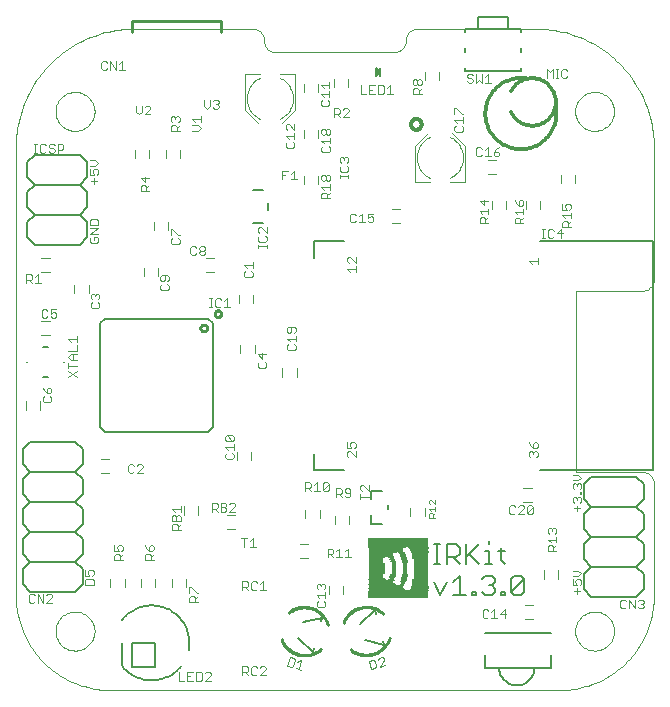
<source format=gto>
G75*
%MOIN*%
%OFA0B0*%
%FSLAX24Y24*%
%IPPOS*%
%LPD*%
%AMOC8*
5,1,8,0,0,1.08239X$1,22.5*
%
%ADD10C,0.0000*%
%ADD11C,0.0030*%
%ADD12C,0.0060*%
%ADD13C,0.0040*%
%ADD14C,0.0050*%
%ADD15C,0.0010*%
%ADD16C,0.0100*%
%ADD17C,0.0020*%
%ADD18C,0.0080*%
%ADD19R,0.1984X0.0028*%
%ADD20R,0.1323X0.0028*%
%ADD21R,0.0634X0.0028*%
%ADD22R,0.1268X0.0028*%
%ADD23R,0.0606X0.0028*%
%ADD24R,0.1213X0.0028*%
%ADD25R,0.1185X0.0028*%
%ADD26R,0.0579X0.0028*%
%ADD27R,0.1157X0.0028*%
%ADD28R,0.0551X0.0028*%
%ADD29R,0.0992X0.0028*%
%ADD30R,0.0165X0.0028*%
%ADD31R,0.0909X0.0028*%
%ADD32R,0.0138X0.0028*%
%ADD33R,0.0882X0.0028*%
%ADD34R,0.0524X0.0028*%
%ADD35R,0.0827X0.0028*%
%ADD36R,0.0799X0.0028*%
%ADD37R,0.0193X0.0028*%
%ADD38R,0.0854X0.0028*%
%ADD39R,0.0496X0.0028*%
%ADD40R,0.0220X0.0028*%
%ADD41R,0.0469X0.0028*%
%ADD42R,0.0937X0.0028*%
%ADD43R,0.1130X0.0028*%
%ADD44R,0.1240X0.0028*%
%ADD45R,0.0661X0.0028*%
%ADD46C,0.0120*%
%ADD47C,0.0118*%
D10*
X007744Y006169D02*
X022705Y006169D01*
X023236Y008138D02*
X023238Y008188D01*
X023244Y008238D01*
X023254Y008288D01*
X023267Y008336D01*
X023284Y008384D01*
X023305Y008430D01*
X023329Y008474D01*
X023357Y008516D01*
X023388Y008556D01*
X023422Y008593D01*
X023459Y008628D01*
X023498Y008659D01*
X023539Y008688D01*
X023583Y008713D01*
X023629Y008735D01*
X023676Y008753D01*
X023724Y008767D01*
X023773Y008778D01*
X023823Y008785D01*
X023873Y008788D01*
X023924Y008787D01*
X023974Y008782D01*
X024024Y008773D01*
X024072Y008761D01*
X024120Y008744D01*
X024166Y008724D01*
X024211Y008701D01*
X024254Y008674D01*
X024294Y008644D01*
X024332Y008611D01*
X024367Y008575D01*
X024400Y008536D01*
X024429Y008495D01*
X024455Y008452D01*
X024478Y008407D01*
X024497Y008360D01*
X024512Y008312D01*
X024524Y008263D01*
X024532Y008213D01*
X024536Y008163D01*
X024536Y008113D01*
X024532Y008063D01*
X024524Y008013D01*
X024512Y007964D01*
X024497Y007916D01*
X024478Y007869D01*
X024455Y007824D01*
X024429Y007781D01*
X024400Y007740D01*
X024367Y007701D01*
X024332Y007665D01*
X024294Y007632D01*
X024254Y007602D01*
X024211Y007575D01*
X024166Y007552D01*
X024120Y007532D01*
X024072Y007515D01*
X024024Y007503D01*
X023974Y007494D01*
X023924Y007489D01*
X023873Y007488D01*
X023823Y007491D01*
X023773Y007498D01*
X023724Y007509D01*
X023676Y007523D01*
X023629Y007541D01*
X023583Y007563D01*
X023539Y007588D01*
X023498Y007617D01*
X023459Y007648D01*
X023422Y007683D01*
X023388Y007720D01*
X023357Y007760D01*
X023329Y007802D01*
X023305Y007846D01*
X023284Y007892D01*
X023267Y007940D01*
X023254Y007988D01*
X023244Y008038D01*
X023238Y008088D01*
X023236Y008138D01*
X022705Y006169D02*
X022815Y006171D01*
X022925Y006177D01*
X023034Y006186D01*
X023143Y006200D01*
X023252Y006217D01*
X023360Y006238D01*
X023467Y006263D01*
X023573Y006291D01*
X023678Y006323D01*
X023782Y006359D01*
X023885Y006398D01*
X023986Y006441D01*
X024086Y006488D01*
X024184Y006538D01*
X024280Y006591D01*
X024374Y006648D01*
X024466Y006708D01*
X024557Y006771D01*
X024644Y006837D01*
X024730Y006906D01*
X024813Y006978D01*
X024893Y007053D01*
X024971Y007131D01*
X025046Y007211D01*
X025118Y007294D01*
X025187Y007380D01*
X025253Y007467D01*
X025316Y007558D01*
X025376Y007650D01*
X025433Y007744D01*
X025486Y007840D01*
X025536Y007938D01*
X025583Y008038D01*
X025626Y008139D01*
X025665Y008242D01*
X025701Y008346D01*
X025733Y008451D01*
X025761Y008557D01*
X025786Y008664D01*
X025807Y008772D01*
X025824Y008881D01*
X025838Y008990D01*
X025847Y009099D01*
X025853Y009209D01*
X025855Y009319D01*
X025854Y009319D02*
X025854Y013059D01*
X025855Y013059D02*
X025853Y013098D01*
X025847Y013136D01*
X025838Y013173D01*
X025825Y013210D01*
X025808Y013245D01*
X025789Y013278D01*
X025766Y013309D01*
X025740Y013338D01*
X025711Y013364D01*
X025680Y013387D01*
X025647Y013406D01*
X025612Y013423D01*
X025575Y013436D01*
X025538Y013445D01*
X025500Y013451D01*
X025461Y013453D01*
X023256Y013453D01*
X023256Y019398D01*
X023256Y019476D01*
X025461Y019476D01*
X025500Y019478D01*
X025538Y019484D01*
X025575Y019493D01*
X025612Y019506D01*
X025647Y019523D01*
X025680Y019542D01*
X025711Y019565D01*
X025740Y019591D01*
X025766Y019620D01*
X025789Y019651D01*
X025808Y019684D01*
X025825Y019719D01*
X025838Y019756D01*
X025847Y019793D01*
X025853Y019831D01*
X025855Y019870D01*
X025854Y019870D02*
X025854Y024280D01*
X023236Y025461D02*
X023238Y025511D01*
X023244Y025561D01*
X023254Y025611D01*
X023267Y025659D01*
X023284Y025707D01*
X023305Y025753D01*
X023329Y025797D01*
X023357Y025839D01*
X023388Y025879D01*
X023422Y025916D01*
X023459Y025951D01*
X023498Y025982D01*
X023539Y026011D01*
X023583Y026036D01*
X023629Y026058D01*
X023676Y026076D01*
X023724Y026090D01*
X023773Y026101D01*
X023823Y026108D01*
X023873Y026111D01*
X023924Y026110D01*
X023974Y026105D01*
X024024Y026096D01*
X024072Y026084D01*
X024120Y026067D01*
X024166Y026047D01*
X024211Y026024D01*
X024254Y025997D01*
X024294Y025967D01*
X024332Y025934D01*
X024367Y025898D01*
X024400Y025859D01*
X024429Y025818D01*
X024455Y025775D01*
X024478Y025730D01*
X024497Y025683D01*
X024512Y025635D01*
X024524Y025586D01*
X024532Y025536D01*
X024536Y025486D01*
X024536Y025436D01*
X024532Y025386D01*
X024524Y025336D01*
X024512Y025287D01*
X024497Y025239D01*
X024478Y025192D01*
X024455Y025147D01*
X024429Y025104D01*
X024400Y025063D01*
X024367Y025024D01*
X024332Y024988D01*
X024294Y024955D01*
X024254Y024925D01*
X024211Y024898D01*
X024166Y024875D01*
X024120Y024855D01*
X024072Y024838D01*
X024024Y024826D01*
X023974Y024817D01*
X023924Y024812D01*
X023873Y024811D01*
X023823Y024814D01*
X023773Y024821D01*
X023724Y024832D01*
X023676Y024846D01*
X023629Y024864D01*
X023583Y024886D01*
X023539Y024911D01*
X023498Y024940D01*
X023459Y024971D01*
X023422Y025006D01*
X023388Y025043D01*
X023357Y025083D01*
X023329Y025125D01*
X023305Y025169D01*
X023284Y025215D01*
X023267Y025263D01*
X023254Y025311D01*
X023244Y025361D01*
X023238Y025411D01*
X023236Y025461D01*
X025854Y024280D02*
X025852Y024404D01*
X025846Y024527D01*
X025837Y024651D01*
X025823Y024773D01*
X025806Y024896D01*
X025784Y025018D01*
X025759Y025139D01*
X025730Y025259D01*
X025698Y025378D01*
X025661Y025497D01*
X025621Y025614D01*
X025578Y025729D01*
X025530Y025844D01*
X025479Y025956D01*
X025425Y026067D01*
X025367Y026177D01*
X025306Y026284D01*
X025241Y026390D01*
X025173Y026493D01*
X025102Y026594D01*
X025028Y026693D01*
X024951Y026790D01*
X024870Y026884D01*
X024787Y026975D01*
X024701Y027064D01*
X024612Y027150D01*
X024521Y027233D01*
X024427Y027314D01*
X024330Y027391D01*
X024231Y027465D01*
X024130Y027536D01*
X024027Y027604D01*
X023921Y027669D01*
X023814Y027730D01*
X023704Y027788D01*
X023593Y027842D01*
X023481Y027893D01*
X023366Y027941D01*
X023251Y027984D01*
X023134Y028024D01*
X023015Y028061D01*
X022896Y028093D01*
X022776Y028122D01*
X022655Y028147D01*
X022533Y028169D01*
X022410Y028186D01*
X022288Y028200D01*
X022164Y028209D01*
X022041Y028215D01*
X021917Y028217D01*
X017980Y028217D01*
X017941Y028215D01*
X017903Y028209D01*
X017866Y028200D01*
X017829Y028187D01*
X017794Y028170D01*
X017761Y028151D01*
X017730Y028128D01*
X017701Y028102D01*
X017675Y028073D01*
X017652Y028042D01*
X017633Y028009D01*
X017616Y027974D01*
X017603Y027937D01*
X017594Y027900D01*
X017588Y027862D01*
X017586Y027823D01*
X017587Y027823D02*
X017585Y027784D01*
X017579Y027746D01*
X017570Y027709D01*
X017557Y027672D01*
X017540Y027637D01*
X017521Y027604D01*
X017498Y027573D01*
X017472Y027544D01*
X017443Y027518D01*
X017412Y027495D01*
X017379Y027476D01*
X017344Y027459D01*
X017307Y027446D01*
X017270Y027437D01*
X017232Y027431D01*
X017193Y027429D01*
X013256Y027429D01*
X013217Y027431D01*
X013179Y027437D01*
X013142Y027446D01*
X013105Y027459D01*
X013070Y027476D01*
X013037Y027495D01*
X013006Y027518D01*
X012977Y027544D01*
X012951Y027573D01*
X012928Y027604D01*
X012909Y027637D01*
X012892Y027672D01*
X012879Y027709D01*
X012870Y027746D01*
X012864Y027784D01*
X012862Y027823D01*
X012863Y027823D02*
X012861Y027862D01*
X012855Y027900D01*
X012846Y027937D01*
X012833Y027974D01*
X012816Y028009D01*
X012797Y028042D01*
X012774Y028073D01*
X012748Y028102D01*
X012719Y028128D01*
X012688Y028151D01*
X012655Y028170D01*
X012620Y028187D01*
X012583Y028200D01*
X012546Y028209D01*
X012508Y028215D01*
X012469Y028217D01*
X008531Y028217D01*
X005913Y025461D02*
X005915Y025511D01*
X005921Y025561D01*
X005931Y025611D01*
X005944Y025659D01*
X005961Y025707D01*
X005982Y025753D01*
X006006Y025797D01*
X006034Y025839D01*
X006065Y025879D01*
X006099Y025916D01*
X006136Y025951D01*
X006175Y025982D01*
X006216Y026011D01*
X006260Y026036D01*
X006306Y026058D01*
X006353Y026076D01*
X006401Y026090D01*
X006450Y026101D01*
X006500Y026108D01*
X006550Y026111D01*
X006601Y026110D01*
X006651Y026105D01*
X006701Y026096D01*
X006749Y026084D01*
X006797Y026067D01*
X006843Y026047D01*
X006888Y026024D01*
X006931Y025997D01*
X006971Y025967D01*
X007009Y025934D01*
X007044Y025898D01*
X007077Y025859D01*
X007106Y025818D01*
X007132Y025775D01*
X007155Y025730D01*
X007174Y025683D01*
X007189Y025635D01*
X007201Y025586D01*
X007209Y025536D01*
X007213Y025486D01*
X007213Y025436D01*
X007209Y025386D01*
X007201Y025336D01*
X007189Y025287D01*
X007174Y025239D01*
X007155Y025192D01*
X007132Y025147D01*
X007106Y025104D01*
X007077Y025063D01*
X007044Y025024D01*
X007009Y024988D01*
X006971Y024955D01*
X006931Y024925D01*
X006888Y024898D01*
X006843Y024875D01*
X006797Y024855D01*
X006749Y024838D01*
X006701Y024826D01*
X006651Y024817D01*
X006601Y024812D01*
X006550Y024811D01*
X006500Y024814D01*
X006450Y024821D01*
X006401Y024832D01*
X006353Y024846D01*
X006306Y024864D01*
X006260Y024886D01*
X006216Y024911D01*
X006175Y024940D01*
X006136Y024971D01*
X006099Y025006D01*
X006065Y025043D01*
X006034Y025083D01*
X006006Y025125D01*
X005982Y025169D01*
X005961Y025215D01*
X005944Y025263D01*
X005931Y025311D01*
X005921Y025361D01*
X005915Y025411D01*
X005913Y025461D01*
X004594Y024280D02*
X004594Y009319D01*
X005913Y008138D02*
X005915Y008188D01*
X005921Y008238D01*
X005931Y008288D01*
X005944Y008336D01*
X005961Y008384D01*
X005982Y008430D01*
X006006Y008474D01*
X006034Y008516D01*
X006065Y008556D01*
X006099Y008593D01*
X006136Y008628D01*
X006175Y008659D01*
X006216Y008688D01*
X006260Y008713D01*
X006306Y008735D01*
X006353Y008753D01*
X006401Y008767D01*
X006450Y008778D01*
X006500Y008785D01*
X006550Y008788D01*
X006601Y008787D01*
X006651Y008782D01*
X006701Y008773D01*
X006749Y008761D01*
X006797Y008744D01*
X006843Y008724D01*
X006888Y008701D01*
X006931Y008674D01*
X006971Y008644D01*
X007009Y008611D01*
X007044Y008575D01*
X007077Y008536D01*
X007106Y008495D01*
X007132Y008452D01*
X007155Y008407D01*
X007174Y008360D01*
X007189Y008312D01*
X007201Y008263D01*
X007209Y008213D01*
X007213Y008163D01*
X007213Y008113D01*
X007209Y008063D01*
X007201Y008013D01*
X007189Y007964D01*
X007174Y007916D01*
X007155Y007869D01*
X007132Y007824D01*
X007106Y007781D01*
X007077Y007740D01*
X007044Y007701D01*
X007009Y007665D01*
X006971Y007632D01*
X006931Y007602D01*
X006888Y007575D01*
X006843Y007552D01*
X006797Y007532D01*
X006749Y007515D01*
X006701Y007503D01*
X006651Y007494D01*
X006601Y007489D01*
X006550Y007488D01*
X006500Y007491D01*
X006450Y007498D01*
X006401Y007509D01*
X006353Y007523D01*
X006306Y007541D01*
X006260Y007563D01*
X006216Y007588D01*
X006175Y007617D01*
X006136Y007648D01*
X006099Y007683D01*
X006065Y007720D01*
X006034Y007760D01*
X006006Y007802D01*
X005982Y007846D01*
X005961Y007892D01*
X005944Y007940D01*
X005931Y007988D01*
X005921Y008038D01*
X005915Y008088D01*
X005913Y008138D01*
X004594Y009319D02*
X004596Y009209D01*
X004602Y009099D01*
X004611Y008990D01*
X004625Y008881D01*
X004642Y008772D01*
X004663Y008664D01*
X004688Y008557D01*
X004716Y008451D01*
X004748Y008346D01*
X004784Y008242D01*
X004823Y008139D01*
X004866Y008038D01*
X004913Y007938D01*
X004963Y007840D01*
X005016Y007744D01*
X005073Y007650D01*
X005133Y007558D01*
X005196Y007467D01*
X005262Y007380D01*
X005331Y007294D01*
X005403Y007211D01*
X005478Y007131D01*
X005556Y007053D01*
X005636Y006978D01*
X005719Y006906D01*
X005805Y006837D01*
X005892Y006771D01*
X005983Y006708D01*
X006075Y006648D01*
X006169Y006591D01*
X006265Y006538D01*
X006363Y006488D01*
X006463Y006441D01*
X006564Y006398D01*
X006667Y006359D01*
X006771Y006323D01*
X006876Y006291D01*
X006982Y006263D01*
X007089Y006238D01*
X007197Y006217D01*
X007306Y006200D01*
X007415Y006186D01*
X007524Y006177D01*
X007634Y006171D01*
X007744Y006169D01*
X004594Y024280D02*
X004596Y024404D01*
X004602Y024527D01*
X004611Y024651D01*
X004625Y024773D01*
X004642Y024896D01*
X004664Y025018D01*
X004689Y025139D01*
X004718Y025259D01*
X004750Y025378D01*
X004787Y025497D01*
X004827Y025614D01*
X004870Y025729D01*
X004918Y025844D01*
X004969Y025956D01*
X005023Y026067D01*
X005081Y026177D01*
X005142Y026284D01*
X005207Y026390D01*
X005275Y026493D01*
X005346Y026594D01*
X005420Y026693D01*
X005497Y026790D01*
X005578Y026884D01*
X005661Y026975D01*
X005747Y027064D01*
X005836Y027150D01*
X005927Y027233D01*
X006021Y027314D01*
X006118Y027391D01*
X006217Y027465D01*
X006318Y027536D01*
X006421Y027604D01*
X006527Y027669D01*
X006634Y027730D01*
X006744Y027788D01*
X006855Y027842D01*
X006967Y027893D01*
X007082Y027941D01*
X007197Y027984D01*
X007314Y028024D01*
X007433Y028061D01*
X007552Y028093D01*
X007672Y028122D01*
X007793Y028147D01*
X007915Y028169D01*
X008038Y028186D01*
X008160Y028200D01*
X008284Y028209D01*
X008407Y028215D01*
X008531Y028217D01*
D11*
X008126Y027138D02*
X008126Y026848D01*
X008030Y026848D02*
X008223Y026848D01*
X008030Y027041D02*
X008126Y027138D01*
X007928Y027138D02*
X007928Y026848D01*
X007735Y027138D01*
X007735Y026848D01*
X007634Y026896D02*
X007585Y026848D01*
X007489Y026848D01*
X007440Y026896D01*
X007440Y027090D01*
X007489Y027138D01*
X007585Y027138D01*
X007634Y027090D01*
X008586Y025648D02*
X008586Y025454D01*
X008683Y025358D01*
X008779Y025454D01*
X008779Y025648D01*
X008881Y025599D02*
X008929Y025648D01*
X009026Y025648D01*
X009074Y025599D01*
X009074Y025551D01*
X008881Y025358D01*
X009074Y025358D01*
X009755Y025246D02*
X009804Y025295D01*
X009852Y025295D01*
X009901Y025246D01*
X009949Y025295D01*
X009997Y025295D01*
X010046Y025246D01*
X010046Y025150D01*
X009997Y025101D01*
X010046Y025000D02*
X009949Y024903D01*
X009949Y024952D02*
X009949Y024807D01*
X010046Y024807D02*
X009755Y024807D01*
X009755Y024952D01*
X009804Y025000D01*
X009901Y025000D01*
X009949Y024952D01*
X009804Y025101D02*
X009755Y025150D01*
X009755Y025246D01*
X009901Y025246D02*
X009901Y025198D01*
X010470Y025198D02*
X010761Y025198D01*
X010761Y025294D02*
X010761Y025101D01*
X010664Y025000D02*
X010470Y025000D01*
X010567Y025101D02*
X010470Y025198D01*
X010664Y025000D02*
X010761Y024903D01*
X010664Y024806D01*
X010470Y024806D01*
X010966Y025554D02*
X011063Y025651D01*
X011063Y025845D01*
X011164Y025796D02*
X011212Y025845D01*
X011309Y025845D01*
X011357Y025796D01*
X011357Y025748D01*
X011309Y025699D01*
X011357Y025651D01*
X011357Y025603D01*
X011309Y025554D01*
X011212Y025554D01*
X011164Y025603D01*
X011261Y025699D02*
X011309Y025699D01*
X010966Y025554D02*
X010869Y025651D01*
X010869Y025845D01*
X009040Y023239D02*
X008749Y023239D01*
X008895Y023094D01*
X008895Y023288D01*
X008895Y022993D02*
X008943Y022945D01*
X008943Y022800D01*
X008943Y022896D02*
X009040Y022993D01*
X008895Y022993D02*
X008798Y022993D01*
X008749Y022945D01*
X008749Y022800D01*
X009040Y022800D01*
X009755Y021530D02*
X009804Y021530D01*
X009997Y021336D01*
X010046Y021336D01*
X009997Y021235D02*
X010046Y021187D01*
X010046Y021090D01*
X009997Y021042D01*
X009804Y021042D01*
X009755Y021090D01*
X009755Y021187D01*
X009804Y021235D01*
X009755Y021336D02*
X009755Y021530D01*
X010412Y020921D02*
X010412Y020727D01*
X010460Y020679D01*
X010557Y020679D01*
X010605Y020727D01*
X010707Y020727D02*
X010707Y020776D01*
X010755Y020824D01*
X010852Y020824D01*
X010900Y020776D01*
X010900Y020727D01*
X010852Y020679D01*
X010755Y020679D01*
X010707Y020727D01*
X010755Y020824D02*
X010707Y020872D01*
X010707Y020921D01*
X010755Y020969D01*
X010852Y020969D01*
X010900Y020921D01*
X010900Y020872D01*
X010852Y020824D01*
X010605Y020921D02*
X010557Y020969D01*
X010460Y020969D01*
X010412Y020921D01*
X009643Y019994D02*
X009449Y019994D01*
X009401Y019946D01*
X009401Y019849D01*
X009449Y019801D01*
X009498Y019801D01*
X009546Y019849D01*
X009546Y019994D01*
X009643Y019994D02*
X009691Y019946D01*
X009691Y019849D01*
X009643Y019801D01*
X009643Y019700D02*
X009691Y019651D01*
X009691Y019555D01*
X009643Y019506D01*
X009449Y019506D01*
X009401Y019555D01*
X009401Y019651D01*
X009449Y019700D01*
X011038Y019225D02*
X011134Y019225D01*
X011086Y019225D02*
X011086Y018934D01*
X011038Y018934D02*
X011134Y018934D01*
X011234Y018983D02*
X011282Y018934D01*
X011379Y018934D01*
X011428Y018983D01*
X011529Y018934D02*
X011722Y018934D01*
X011625Y018934D02*
X011625Y019225D01*
X011529Y019128D01*
X011428Y019176D02*
X011379Y019225D01*
X011282Y019225D01*
X011234Y019176D01*
X011234Y018983D01*
X012196Y019988D02*
X012245Y019939D01*
X012438Y019939D01*
X012487Y019988D01*
X012487Y020085D01*
X012438Y020133D01*
X012487Y020234D02*
X012487Y020428D01*
X012487Y020331D02*
X012196Y020331D01*
X012293Y020234D01*
X012245Y020133D02*
X012196Y020085D01*
X012196Y019988D01*
X012664Y020921D02*
X012664Y021018D01*
X012664Y020969D02*
X012954Y020969D01*
X012954Y020921D02*
X012954Y021018D01*
X012906Y021117D02*
X012954Y021166D01*
X012954Y021262D01*
X012906Y021311D01*
X012954Y021412D02*
X012761Y021605D01*
X012712Y021605D01*
X012664Y021557D01*
X012664Y021460D01*
X012712Y021412D01*
X012712Y021311D02*
X012664Y021262D01*
X012664Y021166D01*
X012712Y021117D01*
X012906Y021117D01*
X012954Y021412D02*
X012954Y021605D01*
X013466Y023194D02*
X013466Y023484D01*
X013659Y023484D01*
X013760Y023388D02*
X013857Y023484D01*
X013857Y023194D01*
X013760Y023194D02*
X013954Y023194D01*
X013563Y023339D02*
X013466Y023339D01*
X013634Y024257D02*
X013827Y024257D01*
X013876Y024305D01*
X013876Y024402D01*
X013827Y024451D01*
X013876Y024552D02*
X013876Y024745D01*
X013876Y024648D02*
X013586Y024648D01*
X013682Y024552D01*
X013634Y024451D02*
X013586Y024402D01*
X013586Y024305D01*
X013634Y024257D01*
X013634Y024846D02*
X013586Y024895D01*
X013586Y024991D01*
X013634Y025040D01*
X013682Y025040D01*
X013876Y024846D01*
X013876Y025040D01*
X014772Y024832D02*
X014820Y024880D01*
X014868Y024880D01*
X014917Y024832D01*
X014917Y024735D01*
X014868Y024687D01*
X014820Y024687D01*
X014772Y024735D01*
X014772Y024832D01*
X014917Y024832D02*
X014965Y024880D01*
X015013Y024880D01*
X015062Y024832D01*
X015062Y024735D01*
X015013Y024687D01*
X014965Y024687D01*
X014917Y024735D01*
X015062Y024586D02*
X015062Y024392D01*
X015062Y024489D02*
X014772Y024489D01*
X014868Y024392D01*
X014820Y024291D02*
X014772Y024243D01*
X014772Y024146D01*
X014820Y024098D01*
X015013Y024098D01*
X015062Y024146D01*
X015062Y024243D01*
X015013Y024291D01*
X015379Y023891D02*
X015427Y023940D01*
X015476Y023940D01*
X015524Y023891D01*
X015573Y023940D01*
X015621Y023940D01*
X015669Y023891D01*
X015669Y023795D01*
X015621Y023746D01*
X015621Y023645D02*
X015669Y023597D01*
X015669Y023500D01*
X015621Y023452D01*
X015427Y023452D01*
X015379Y023500D01*
X015379Y023597D01*
X015427Y023645D01*
X015427Y023746D02*
X015379Y023795D01*
X015379Y023891D01*
X015524Y023891D02*
X015524Y023843D01*
X015379Y023352D02*
X015379Y023255D01*
X015379Y023304D02*
X015669Y023304D01*
X015669Y023352D02*
X015669Y023255D01*
X015062Y023297D02*
X015062Y023200D01*
X015013Y023152D01*
X014965Y023152D01*
X014917Y023200D01*
X014917Y023297D01*
X014965Y023345D01*
X015013Y023345D01*
X015062Y023297D01*
X014917Y023297D02*
X014868Y023345D01*
X014820Y023345D01*
X014772Y023297D01*
X014772Y023200D01*
X014820Y023152D01*
X014868Y023152D01*
X014917Y023200D01*
X015062Y023050D02*
X015062Y022857D01*
X015062Y022954D02*
X014772Y022954D01*
X014868Y022857D01*
X014820Y022756D02*
X014917Y022756D01*
X014965Y022707D01*
X014965Y022562D01*
X015062Y022562D02*
X014772Y022562D01*
X014772Y022707D01*
X014820Y022756D01*
X014965Y022659D02*
X015062Y022756D01*
X015775Y022057D02*
X015727Y022008D01*
X015727Y021815D01*
X015775Y021766D01*
X015872Y021766D01*
X015920Y021815D01*
X016021Y021766D02*
X016215Y021766D01*
X016118Y021766D02*
X016118Y022057D01*
X016021Y021960D01*
X015920Y022008D02*
X015872Y022057D01*
X015775Y022057D01*
X016316Y022057D02*
X016316Y021912D01*
X016413Y021960D01*
X016461Y021960D01*
X016510Y021912D01*
X016510Y021815D01*
X016461Y021766D01*
X016364Y021766D01*
X016316Y021815D01*
X016316Y022057D02*
X016510Y022057D01*
X015923Y020611D02*
X015923Y020417D01*
X015730Y020611D01*
X015681Y020611D01*
X015633Y020562D01*
X015633Y020466D01*
X015681Y020417D01*
X015633Y020219D02*
X015923Y020219D01*
X015923Y020123D02*
X015923Y020316D01*
X015730Y020123D02*
X015633Y020219D01*
X013870Y018281D02*
X013677Y018281D01*
X013628Y018233D01*
X013628Y018136D01*
X013677Y018088D01*
X013725Y018088D01*
X013774Y018136D01*
X013774Y018281D01*
X013870Y018281D02*
X013919Y018233D01*
X013919Y018136D01*
X013870Y018088D01*
X013919Y017987D02*
X013919Y017793D01*
X013919Y017890D02*
X013628Y017890D01*
X013725Y017793D01*
X013677Y017692D02*
X013628Y017644D01*
X013628Y017547D01*
X013677Y017498D01*
X013870Y017498D01*
X013919Y017547D01*
X013919Y017644D01*
X013870Y017692D01*
X012937Y017358D02*
X012647Y017358D01*
X012792Y017213D01*
X012792Y017407D01*
X012695Y017112D02*
X012647Y017064D01*
X012647Y016967D01*
X012695Y016919D01*
X012889Y016919D01*
X012937Y016967D01*
X012937Y017064D01*
X012889Y017112D01*
X011808Y014659D02*
X011615Y014659D01*
X011808Y014466D01*
X011857Y014514D01*
X011857Y014611D01*
X011808Y014659D01*
X011615Y014659D02*
X011566Y014611D01*
X011566Y014514D01*
X011615Y014466D01*
X011808Y014466D01*
X011857Y014365D02*
X011857Y014171D01*
X011857Y014268D02*
X011566Y014268D01*
X011663Y014171D01*
X011615Y014070D02*
X011566Y014022D01*
X011566Y013925D01*
X011615Y013876D01*
X011808Y013876D01*
X011857Y013925D01*
X011857Y014022D01*
X011808Y014070D01*
X011855Y012411D02*
X011758Y012411D01*
X011710Y012363D01*
X011609Y012363D02*
X011609Y012314D01*
X011560Y012266D01*
X011415Y012266D01*
X011314Y012266D02*
X011266Y012217D01*
X011121Y012217D01*
X011217Y012217D02*
X011314Y012121D01*
X011415Y012121D02*
X011415Y012411D01*
X011560Y012411D01*
X011609Y012363D01*
X011560Y012266D02*
X011609Y012217D01*
X011609Y012169D01*
X011560Y012121D01*
X011415Y012121D01*
X011314Y012266D02*
X011314Y012363D01*
X011266Y012411D01*
X011121Y012411D01*
X011121Y012121D01*
X011710Y012121D02*
X011903Y012314D01*
X011903Y012363D01*
X011855Y012411D01*
X011903Y012121D02*
X011710Y012121D01*
X012108Y011239D02*
X012301Y011239D01*
X012205Y011239D02*
X012205Y010949D01*
X012403Y010949D02*
X012596Y010949D01*
X012499Y010949D02*
X012499Y011239D01*
X012403Y011142D01*
X012482Y009799D02*
X012434Y009751D01*
X012434Y009557D01*
X012482Y009509D01*
X012579Y009509D01*
X012627Y009557D01*
X012728Y009509D02*
X012922Y009509D01*
X012825Y009509D02*
X012825Y009799D01*
X012728Y009702D01*
X012627Y009751D02*
X012579Y009799D01*
X012482Y009799D01*
X012332Y009751D02*
X012332Y009654D01*
X012284Y009606D01*
X012139Y009606D01*
X012236Y009606D02*
X012332Y009509D01*
X012139Y009509D02*
X012139Y009799D01*
X012284Y009799D01*
X012332Y009751D01*
X010662Y009402D02*
X010614Y009402D01*
X010420Y009596D01*
X010372Y009596D01*
X010372Y009402D01*
X010420Y009301D02*
X010517Y009301D01*
X010565Y009253D01*
X010565Y009108D01*
X010565Y009204D02*
X010662Y009301D01*
X010662Y009108D02*
X010372Y009108D01*
X010372Y009253D01*
X010420Y009301D01*
X009184Y010515D02*
X008894Y010515D01*
X008894Y010660D01*
X008943Y010709D01*
X009039Y010709D01*
X009088Y010660D01*
X009088Y010515D01*
X009088Y010612D02*
X009184Y010709D01*
X009136Y010810D02*
X009184Y010858D01*
X009184Y010955D01*
X009136Y011003D01*
X009088Y011003D01*
X009039Y010955D01*
X009039Y010810D01*
X009136Y010810D01*
X009039Y010810D02*
X008943Y010907D01*
X008894Y011003D01*
X008161Y010950D02*
X008161Y010853D01*
X008112Y010805D01*
X008016Y010805D02*
X007967Y010902D01*
X007967Y010950D01*
X008016Y010998D01*
X008112Y010998D01*
X008161Y010950D01*
X008016Y010805D02*
X007871Y010805D01*
X007871Y010998D01*
X007919Y010704D02*
X008016Y010704D01*
X008064Y010655D01*
X008064Y010510D01*
X008161Y010510D02*
X007871Y010510D01*
X007871Y010655D01*
X007919Y010704D01*
X008064Y010607D02*
X008161Y010704D01*
X007183Y010129D02*
X007183Y010033D01*
X007135Y009984D01*
X007038Y009984D02*
X006989Y010081D01*
X006989Y010129D01*
X007038Y010178D01*
X007135Y010178D01*
X007183Y010129D01*
X007038Y009984D02*
X006893Y009984D01*
X006893Y010178D01*
X006941Y009883D02*
X006893Y009835D01*
X006893Y009689D01*
X007183Y009689D01*
X007183Y009835D01*
X007135Y009883D01*
X006941Y009883D01*
X005806Y009330D02*
X005757Y009378D01*
X005661Y009378D01*
X005612Y009330D01*
X005511Y009378D02*
X005511Y009088D01*
X005318Y009378D01*
X005318Y009088D01*
X005216Y009136D02*
X005168Y009088D01*
X005071Y009088D01*
X005023Y009136D01*
X005023Y009330D01*
X005071Y009378D01*
X005168Y009378D01*
X005216Y009330D01*
X005612Y009088D02*
X005806Y009281D01*
X005806Y009330D01*
X005806Y009088D02*
X005612Y009088D01*
X008379Y013415D02*
X008475Y013415D01*
X008524Y013463D01*
X008625Y013415D02*
X008818Y013608D01*
X008818Y013657D01*
X008770Y013705D01*
X008673Y013705D01*
X008625Y013657D01*
X008524Y013657D02*
X008475Y013705D01*
X008379Y013705D01*
X008330Y013657D01*
X008330Y013463D01*
X008379Y013415D01*
X008625Y013415D02*
X008818Y013415D01*
X009795Y012200D02*
X010085Y012200D01*
X010085Y012104D02*
X010085Y012297D01*
X009892Y012104D02*
X009795Y012200D01*
X009843Y012002D02*
X009892Y012002D01*
X009940Y011954D01*
X009940Y011809D01*
X009940Y011708D02*
X009988Y011659D01*
X009988Y011514D01*
X009988Y011611D02*
X010085Y011708D01*
X010085Y011809D02*
X010085Y011954D01*
X010037Y012002D01*
X009988Y012002D01*
X009940Y011954D01*
X009843Y012002D02*
X009795Y011954D01*
X009795Y011809D01*
X010085Y011809D01*
X009940Y011708D02*
X009843Y011708D01*
X009795Y011659D01*
X009795Y011514D01*
X010085Y011514D01*
X013714Y007264D02*
X013854Y007226D01*
X013889Y007167D01*
X013839Y006980D01*
X013779Y006946D01*
X013639Y006984D01*
X013714Y007264D01*
X013974Y007094D02*
X014092Y007163D01*
X014017Y006882D01*
X013924Y006907D02*
X014111Y006857D01*
X012922Y006868D02*
X012922Y006916D01*
X012873Y006964D01*
X012777Y006964D01*
X012728Y006916D01*
X012627Y006916D02*
X012579Y006964D01*
X012482Y006964D01*
X012434Y006916D01*
X012434Y006723D01*
X012482Y006674D01*
X012579Y006674D01*
X012627Y006723D01*
X012728Y006674D02*
X012922Y006868D01*
X012922Y006674D02*
X012728Y006674D01*
X012332Y006674D02*
X012236Y006771D01*
X012284Y006771D02*
X012139Y006771D01*
X012139Y006674D02*
X012139Y006964D01*
X012284Y006964D01*
X012332Y006916D01*
X012332Y006819D01*
X012284Y006771D01*
X011090Y006731D02*
X011042Y006780D01*
X010945Y006780D01*
X010897Y006731D01*
X010796Y006731D02*
X010747Y006780D01*
X010602Y006780D01*
X010602Y006489D01*
X010747Y006489D01*
X010796Y006538D01*
X010796Y006731D01*
X010897Y006489D02*
X011090Y006683D01*
X011090Y006731D01*
X011090Y006489D02*
X010897Y006489D01*
X010501Y006489D02*
X010308Y006489D01*
X010308Y006780D01*
X010501Y006780D01*
X010404Y006635D02*
X010308Y006635D01*
X010207Y006489D02*
X010013Y006489D01*
X010013Y006780D01*
X014614Y008989D02*
X014662Y008940D01*
X014856Y008940D01*
X014904Y008989D01*
X014904Y009085D01*
X014856Y009134D01*
X014904Y009235D02*
X014904Y009428D01*
X014904Y009332D02*
X014614Y009332D01*
X014711Y009235D01*
X014662Y009134D02*
X014614Y009085D01*
X014614Y008989D01*
X014662Y009530D02*
X014614Y009578D01*
X014614Y009675D01*
X014662Y009723D01*
X014711Y009723D01*
X014759Y009675D01*
X014808Y009723D01*
X014856Y009723D01*
X014904Y009675D01*
X014904Y009578D01*
X014856Y009530D01*
X014759Y009626D02*
X014759Y009675D01*
X014979Y010600D02*
X014979Y010890D01*
X015124Y010890D01*
X015172Y010842D01*
X015172Y010745D01*
X015124Y010697D01*
X014979Y010697D01*
X015076Y010697D02*
X015172Y010600D01*
X015273Y010600D02*
X015467Y010600D01*
X015370Y010600D02*
X015370Y010890D01*
X015273Y010794D01*
X015568Y010794D02*
X015665Y010890D01*
X015665Y010600D01*
X015568Y010600D02*
X015762Y010600D01*
X016068Y012526D02*
X016068Y012720D01*
X016068Y012623D02*
X016358Y012623D01*
X016358Y012821D02*
X016165Y013014D01*
X016116Y013014D01*
X016068Y012966D01*
X016068Y012869D01*
X016116Y012821D01*
X016358Y012821D02*
X016358Y013014D01*
X015743Y012850D02*
X015743Y012656D01*
X015694Y012608D01*
X015597Y012608D01*
X015549Y012656D01*
X015597Y012753D02*
X015743Y012753D01*
X015743Y012850D02*
X015694Y012898D01*
X015597Y012898D01*
X015549Y012850D01*
X015549Y012801D01*
X015597Y012753D01*
X015448Y012753D02*
X015399Y012705D01*
X015254Y012705D01*
X015254Y012608D02*
X015254Y012898D01*
X015399Y012898D01*
X015448Y012850D01*
X015448Y012753D01*
X015351Y012705D02*
X015448Y012608D01*
X015014Y012853D02*
X014965Y012805D01*
X014868Y012805D01*
X014820Y012853D01*
X015014Y013047D01*
X015014Y012853D01*
X015014Y013047D02*
X014965Y013095D01*
X014868Y013095D01*
X014820Y013047D01*
X014820Y012853D01*
X014719Y012805D02*
X014525Y012805D01*
X014622Y012805D02*
X014622Y013095D01*
X014525Y012998D01*
X014424Y012950D02*
X014376Y012902D01*
X014231Y012902D01*
X014327Y012902D02*
X014424Y012805D01*
X014424Y012950D02*
X014424Y013047D01*
X014376Y013095D01*
X014231Y013095D01*
X014231Y012805D01*
X015628Y013989D02*
X015676Y013940D01*
X015628Y013989D02*
X015628Y014085D01*
X015676Y014134D01*
X015725Y014134D01*
X015918Y013940D01*
X015918Y014134D01*
X015870Y014235D02*
X015918Y014283D01*
X015918Y014380D01*
X015870Y014428D01*
X015773Y014428D01*
X015725Y014380D01*
X015725Y014332D01*
X015773Y014235D01*
X015628Y014235D01*
X015628Y014428D01*
X020196Y008865D02*
X020148Y008816D01*
X020148Y008623D01*
X020196Y008575D01*
X020293Y008575D01*
X020341Y008623D01*
X020442Y008575D02*
X020636Y008575D01*
X020539Y008575D02*
X020539Y008865D01*
X020442Y008768D01*
X020341Y008816D02*
X020293Y008865D01*
X020196Y008865D01*
X020737Y008720D02*
X020930Y008720D01*
X020882Y008865D02*
X020737Y008720D01*
X020882Y008575D02*
X020882Y008865D01*
X022318Y010798D02*
X022318Y010944D01*
X022366Y010992D01*
X022463Y010992D01*
X022511Y010944D01*
X022511Y010798D01*
X022608Y010798D02*
X022318Y010798D01*
X022511Y010895D02*
X022608Y010992D01*
X022608Y011093D02*
X022608Y011287D01*
X022608Y011190D02*
X022318Y011190D01*
X022415Y011093D01*
X022366Y011388D02*
X022318Y011436D01*
X022318Y011533D01*
X022366Y011581D01*
X022415Y011581D01*
X022463Y011533D01*
X022511Y011581D01*
X022560Y011581D01*
X022608Y011533D01*
X022608Y011436D01*
X022560Y011388D01*
X022463Y011485D02*
X022463Y011533D01*
X021825Y012090D02*
X021825Y012284D01*
X021631Y012090D01*
X021679Y012042D01*
X021776Y012042D01*
X021825Y012090D01*
X021825Y012284D02*
X021776Y012332D01*
X021679Y012332D01*
X021631Y012284D01*
X021631Y012090D01*
X021530Y012042D02*
X021336Y012042D01*
X021530Y012235D01*
X021530Y012284D01*
X021482Y012332D01*
X021385Y012332D01*
X021336Y012284D01*
X021235Y012284D02*
X021187Y012332D01*
X021090Y012332D01*
X021042Y012284D01*
X021042Y012090D01*
X021090Y012042D01*
X021187Y012042D01*
X021235Y012090D01*
X021739Y013940D02*
X021691Y013989D01*
X021691Y014085D01*
X021739Y014134D01*
X021788Y014134D01*
X021836Y014085D01*
X021884Y014134D01*
X021933Y014134D01*
X021981Y014085D01*
X021981Y013989D01*
X021933Y013940D01*
X021836Y014037D02*
X021836Y014085D01*
X021836Y014235D02*
X021836Y014380D01*
X021884Y014428D01*
X021933Y014428D01*
X021981Y014380D01*
X021981Y014283D01*
X021933Y014235D01*
X021836Y014235D01*
X021739Y014332D01*
X021691Y014428D01*
X023148Y013354D02*
X023341Y013354D01*
X023438Y013257D01*
X023341Y013160D01*
X023148Y013160D01*
X023196Y013059D02*
X023244Y013059D01*
X023293Y013011D01*
X023341Y013059D01*
X023389Y013059D01*
X023438Y013011D01*
X023438Y012914D01*
X023389Y012866D01*
X023389Y012767D02*
X023438Y012767D01*
X023438Y012718D01*
X023389Y012718D01*
X023389Y012767D01*
X023389Y012617D02*
X023438Y012569D01*
X023438Y012472D01*
X023389Y012424D01*
X023293Y012521D02*
X023293Y012569D01*
X023341Y012617D01*
X023389Y012617D01*
X023293Y012569D02*
X023244Y012617D01*
X023196Y012617D01*
X023148Y012569D01*
X023148Y012472D01*
X023196Y012424D01*
X023293Y012323D02*
X023293Y012129D01*
X023389Y012226D02*
X023196Y012226D01*
X023196Y012866D02*
X023148Y012914D01*
X023148Y013011D01*
X023196Y013059D01*
X023293Y013011D02*
X023293Y012963D01*
X023341Y010156D02*
X023148Y010156D01*
X023341Y010156D02*
X023438Y010059D01*
X023341Y009963D01*
X023148Y009963D01*
X023148Y009861D02*
X023148Y009668D01*
X023293Y009668D01*
X023244Y009765D01*
X023244Y009813D01*
X023293Y009861D01*
X023389Y009861D01*
X023438Y009813D01*
X023438Y009716D01*
X023389Y009668D01*
X023293Y009567D02*
X023293Y009373D01*
X023389Y009470D02*
X023196Y009470D01*
X024735Y009133D02*
X024735Y008939D01*
X024784Y008891D01*
X024881Y008891D01*
X024929Y008939D01*
X025030Y008891D02*
X025030Y009181D01*
X025224Y008891D01*
X025224Y009181D01*
X025325Y009133D02*
X025373Y009181D01*
X025470Y009181D01*
X025518Y009133D01*
X025518Y009084D01*
X025470Y009036D01*
X025518Y008988D01*
X025518Y008939D01*
X025470Y008891D01*
X025373Y008891D01*
X025325Y008939D01*
X025422Y009036D02*
X025470Y009036D01*
X024929Y009133D02*
X024881Y009181D01*
X024784Y009181D01*
X024735Y009133D01*
X016910Y006996D02*
X016723Y006946D01*
X016860Y007183D01*
X016847Y007230D01*
X016788Y007264D01*
X016694Y007239D01*
X016660Y007180D01*
X016562Y007154D02*
X016503Y007188D01*
X016363Y007150D01*
X016438Y006870D01*
X016578Y006908D01*
X016612Y006967D01*
X016562Y007154D01*
X006627Y016598D02*
X006336Y016791D01*
X006336Y016892D02*
X006336Y017086D01*
X006336Y016989D02*
X006627Y016989D01*
X006627Y016791D02*
X006336Y016598D01*
X006433Y017187D02*
X006336Y017284D01*
X006433Y017380D01*
X006627Y017380D01*
X006627Y017482D02*
X006336Y017482D01*
X006482Y017380D02*
X006482Y017187D01*
X006433Y017187D02*
X006627Y017187D01*
X006627Y017482D02*
X006627Y017675D01*
X006627Y017776D02*
X006627Y017970D01*
X006627Y017873D02*
X006336Y017873D01*
X006433Y017776D01*
X005891Y018577D02*
X005794Y018577D01*
X005746Y018626D01*
X005746Y018723D02*
X005843Y018771D01*
X005891Y018771D01*
X005939Y018723D01*
X005939Y018626D01*
X005891Y018577D01*
X005746Y018723D02*
X005746Y018868D01*
X005939Y018868D01*
X005645Y018819D02*
X005596Y018868D01*
X005500Y018868D01*
X005451Y018819D01*
X005451Y018626D01*
X005500Y018577D01*
X005596Y018577D01*
X005645Y018626D01*
X005428Y019744D02*
X005234Y019744D01*
X005331Y019744D02*
X005331Y020034D01*
X005234Y019937D01*
X005133Y019889D02*
X005085Y019840D01*
X004939Y019840D01*
X004939Y019744D02*
X004939Y020034D01*
X005085Y020034D01*
X005133Y019986D01*
X005133Y019889D01*
X005036Y019840D02*
X005133Y019744D01*
X007086Y019340D02*
X007134Y019388D01*
X007183Y019388D01*
X007231Y019340D01*
X007280Y019388D01*
X007328Y019388D01*
X007376Y019340D01*
X007376Y019243D01*
X007328Y019195D01*
X007328Y019094D02*
X007376Y019045D01*
X007376Y018948D01*
X007328Y018900D01*
X007134Y018900D01*
X007086Y018948D01*
X007086Y019045D01*
X007134Y019094D01*
X007134Y019195D02*
X007086Y019243D01*
X007086Y019340D01*
X007231Y019340D02*
X007231Y019291D01*
X007292Y021088D02*
X007099Y021088D01*
X007050Y021136D01*
X007050Y021233D01*
X007099Y021281D01*
X007195Y021281D02*
X007195Y021184D01*
X007195Y021281D02*
X007292Y021281D01*
X007340Y021233D01*
X007340Y021136D01*
X007292Y021088D01*
X007340Y021382D02*
X007050Y021382D01*
X007340Y021576D01*
X007050Y021576D01*
X007050Y021677D02*
X007050Y021822D01*
X007099Y021871D01*
X007292Y021871D01*
X007340Y021822D01*
X007340Y021677D01*
X007050Y021677D01*
X007195Y023056D02*
X007195Y023250D01*
X007195Y023351D02*
X007147Y023448D01*
X007147Y023496D01*
X007195Y023544D01*
X007292Y023544D01*
X007340Y023496D01*
X007340Y023399D01*
X007292Y023351D01*
X007195Y023351D02*
X007050Y023351D01*
X007050Y023544D01*
X007050Y023646D02*
X007244Y023646D01*
X007340Y023742D01*
X007244Y023839D01*
X007050Y023839D01*
X007099Y023153D02*
X007292Y023153D01*
X006175Y024233D02*
X006127Y024185D01*
X005982Y024185D01*
X005982Y024088D02*
X005982Y024378D01*
X006127Y024378D01*
X006175Y024330D01*
X006175Y024233D01*
X005881Y024185D02*
X005881Y024136D01*
X005832Y024088D01*
X005736Y024088D01*
X005687Y024136D01*
X005586Y024136D02*
X005538Y024088D01*
X005441Y024088D01*
X005393Y024136D01*
X005393Y024330D01*
X005441Y024378D01*
X005538Y024378D01*
X005586Y024330D01*
X005687Y024330D02*
X005687Y024281D01*
X005736Y024233D01*
X005832Y024233D01*
X005881Y024185D01*
X005881Y024330D02*
X005832Y024378D01*
X005736Y024378D01*
X005687Y024330D01*
X005293Y024378D02*
X005196Y024378D01*
X005244Y024378D02*
X005244Y024088D01*
X005196Y024088D02*
X005293Y024088D01*
X005479Y016254D02*
X005527Y016158D01*
X005624Y016061D01*
X005624Y016206D01*
X005672Y016254D01*
X005721Y016254D01*
X005769Y016206D01*
X005769Y016109D01*
X005721Y016061D01*
X005624Y016061D01*
X005721Y015960D02*
X005769Y015911D01*
X005769Y015815D01*
X005721Y015766D01*
X005527Y015766D01*
X005479Y015815D01*
X005479Y015911D01*
X005527Y015960D01*
X014797Y025643D02*
X014991Y025643D01*
X015039Y025691D01*
X015039Y025788D01*
X014991Y025836D01*
X015039Y025937D02*
X015039Y026131D01*
X015039Y026034D02*
X014749Y026034D01*
X014846Y025937D01*
X014797Y025836D02*
X014749Y025788D01*
X014749Y025691D01*
X014797Y025643D01*
X015197Y025569D02*
X015342Y025569D01*
X015391Y025521D01*
X015391Y025424D01*
X015342Y025376D01*
X015197Y025376D01*
X015197Y025279D02*
X015197Y025569D01*
X015294Y025376D02*
X015391Y025279D01*
X015492Y025279D02*
X015685Y025473D01*
X015685Y025521D01*
X015637Y025569D01*
X015540Y025569D01*
X015492Y025521D01*
X015492Y025279D02*
X015685Y025279D01*
X016082Y026043D02*
X016276Y026043D01*
X016377Y026043D02*
X016377Y026333D01*
X016570Y026333D01*
X016671Y026333D02*
X016671Y026043D01*
X016817Y026043D01*
X016865Y026091D01*
X016865Y026285D01*
X016817Y026333D01*
X016671Y026333D01*
X016474Y026188D02*
X016377Y026188D01*
X016377Y026043D02*
X016570Y026043D01*
X016082Y026043D02*
X016082Y026333D01*
X016966Y026236D02*
X017063Y026333D01*
X017063Y026043D01*
X016966Y026043D02*
X017160Y026043D01*
X017826Y026042D02*
X017826Y026187D01*
X017875Y026235D01*
X017971Y026235D01*
X018020Y026187D01*
X018020Y026042D01*
X018116Y026042D02*
X017826Y026042D01*
X018020Y026139D02*
X018116Y026235D01*
X018068Y026336D02*
X018020Y026336D01*
X017971Y026385D01*
X017971Y026482D01*
X018020Y026530D01*
X018068Y026530D01*
X018116Y026482D01*
X018116Y026385D01*
X018068Y026336D01*
X017971Y026385D02*
X017923Y026336D01*
X017875Y026336D01*
X017826Y026385D01*
X017826Y026482D01*
X017875Y026530D01*
X017923Y026530D01*
X017971Y026482D01*
X019211Y025569D02*
X019259Y025569D01*
X019452Y025376D01*
X019501Y025376D01*
X019501Y025275D02*
X019501Y025081D01*
X019501Y025178D02*
X019211Y025178D01*
X019307Y025081D01*
X019259Y024980D02*
X019211Y024932D01*
X019211Y024835D01*
X019259Y024787D01*
X019452Y024787D01*
X019501Y024835D01*
X019501Y024932D01*
X019452Y024980D01*
X019211Y025376D02*
X019211Y025569D01*
X019681Y026424D02*
X019633Y026473D01*
X019681Y026424D02*
X019778Y026424D01*
X019827Y026473D01*
X019827Y026521D01*
X019778Y026570D01*
X019681Y026570D01*
X019633Y026618D01*
X019633Y026666D01*
X019681Y026715D01*
X019778Y026715D01*
X019827Y026666D01*
X019928Y026715D02*
X019928Y026424D01*
X020025Y026521D01*
X020121Y026424D01*
X020121Y026715D01*
X020222Y026618D02*
X020319Y026715D01*
X020319Y026424D01*
X020222Y026424D02*
X020416Y026424D01*
X022287Y026578D02*
X022287Y026868D01*
X022383Y026771D01*
X022480Y026868D01*
X022480Y026578D01*
X022581Y026578D02*
X022678Y026578D01*
X022630Y026578D02*
X022630Y026868D01*
X022678Y026868D02*
X022581Y026868D01*
X022778Y026820D02*
X022778Y026626D01*
X022826Y026578D01*
X022923Y026578D01*
X022971Y026626D01*
X022971Y026820D02*
X022923Y026868D01*
X022826Y026868D01*
X022778Y026820D01*
X020707Y024260D02*
X020611Y024212D01*
X020514Y024115D01*
X020659Y024115D01*
X020707Y024066D01*
X020707Y024018D01*
X020659Y023970D01*
X020562Y023970D01*
X020514Y024018D01*
X020514Y024115D01*
X020413Y023970D02*
X020219Y023970D01*
X020316Y023970D02*
X020316Y024260D01*
X020219Y024163D01*
X020118Y024212D02*
X020070Y024260D01*
X019973Y024260D01*
X019924Y024212D01*
X019924Y024018D01*
X019973Y023970D01*
X020070Y023970D01*
X020118Y024018D01*
X020192Y022518D02*
X020192Y022325D01*
X020047Y022470D01*
X020337Y022470D01*
X020337Y022224D02*
X020337Y022030D01*
X020337Y022127D02*
X020047Y022127D01*
X020144Y022030D01*
X020192Y021929D02*
X020241Y021881D01*
X020241Y021735D01*
X020337Y021735D02*
X020047Y021735D01*
X020047Y021881D01*
X020095Y021929D01*
X020192Y021929D01*
X020241Y021832D02*
X020337Y021929D01*
X021213Y021876D02*
X021213Y021731D01*
X021504Y021731D01*
X021407Y021731D02*
X021407Y021876D01*
X021359Y021924D01*
X021262Y021924D01*
X021213Y021876D01*
X021310Y022025D02*
X021213Y022122D01*
X021504Y022122D01*
X021504Y022025D02*
X021504Y022219D01*
X021455Y022320D02*
X021504Y022368D01*
X021504Y022465D01*
X021455Y022513D01*
X021407Y022513D01*
X021359Y022465D01*
X021359Y022320D01*
X021455Y022320D01*
X021359Y022320D02*
X021262Y022417D01*
X021213Y022513D01*
X021504Y021924D02*
X021407Y021827D01*
X022129Y021538D02*
X022226Y021538D01*
X022178Y021538D02*
X022178Y021247D01*
X022226Y021247D02*
X022129Y021247D01*
X022326Y021296D02*
X022374Y021247D01*
X022471Y021247D01*
X022519Y021296D01*
X022620Y021392D02*
X022814Y021392D01*
X022765Y021247D02*
X022765Y021538D01*
X022620Y021392D01*
X022519Y021489D02*
X022471Y021538D01*
X022374Y021538D01*
X022326Y021489D01*
X022326Y021296D01*
X022803Y021600D02*
X022803Y021745D01*
X022852Y021793D01*
X022948Y021793D01*
X022997Y021745D01*
X022997Y021600D01*
X022997Y021696D02*
X023093Y021793D01*
X023093Y021894D02*
X023093Y022088D01*
X023093Y021991D02*
X022803Y021991D01*
X022900Y021894D01*
X022948Y022189D02*
X022900Y022286D01*
X022900Y022334D01*
X022948Y022382D01*
X023045Y022382D01*
X023093Y022334D01*
X023093Y022237D01*
X023045Y022189D01*
X022948Y022189D02*
X022803Y022189D01*
X022803Y022382D01*
X022803Y021600D02*
X023093Y021600D01*
X021986Y020571D02*
X021986Y020378D01*
X021986Y020475D02*
X021696Y020475D01*
X021793Y020378D01*
X015039Y026232D02*
X015039Y026425D01*
X015039Y026329D02*
X014749Y026329D01*
X014846Y026232D01*
D12*
X006972Y023758D02*
X006972Y023258D01*
X006722Y023008D01*
X005222Y023008D01*
X004972Y022758D01*
X004972Y022258D01*
X005222Y022008D01*
X004972Y021758D01*
X004972Y021258D01*
X005222Y021008D01*
X006722Y021008D01*
X006972Y021258D01*
X006972Y021758D01*
X006722Y022008D01*
X005222Y022008D01*
X005222Y023008D02*
X004972Y023258D01*
X004972Y023758D01*
X005222Y024008D01*
X006722Y024008D01*
X006972Y023758D01*
X006722Y023008D02*
X006972Y022758D01*
X006972Y022258D01*
X006722Y022008D01*
X006565Y014457D02*
X005065Y014457D01*
X004815Y014207D01*
X004815Y013707D01*
X005065Y013457D01*
X006565Y013457D01*
X006815Y013207D01*
X006815Y012707D01*
X006565Y012457D01*
X005065Y012457D01*
X004815Y012207D01*
X004815Y011707D01*
X005065Y011457D01*
X006565Y011457D01*
X006815Y011207D01*
X006815Y010707D01*
X006565Y010457D01*
X006815Y010207D01*
X006815Y009707D01*
X006565Y009457D01*
X005065Y009457D01*
X004815Y009707D01*
X004815Y010207D01*
X005065Y010457D01*
X006565Y010457D01*
X006565Y011457D02*
X006815Y011707D01*
X006815Y012207D01*
X006565Y012457D01*
X006565Y013457D02*
X006815Y013707D01*
X006815Y014207D01*
X006565Y014457D01*
X005065Y013457D02*
X004815Y013207D01*
X004815Y012707D01*
X005065Y012457D01*
X005065Y011457D02*
X004815Y011207D01*
X004815Y010707D01*
X005065Y010457D01*
X018522Y010390D02*
X018736Y010390D01*
X018629Y010390D02*
X018629Y011031D01*
X018522Y011031D02*
X018736Y011031D01*
X018952Y011031D02*
X019272Y011031D01*
X019379Y010924D01*
X019379Y010710D01*
X019272Y010604D01*
X018952Y010604D01*
X019165Y010604D02*
X019379Y010390D01*
X019596Y010390D02*
X019596Y011031D01*
X019703Y010710D02*
X020023Y010390D01*
X020241Y010390D02*
X020454Y010390D01*
X020348Y010390D02*
X020348Y010817D01*
X020241Y010817D01*
X020348Y011031D02*
X020348Y011137D01*
X020023Y011031D02*
X019596Y010604D01*
X019380Y009981D02*
X019167Y009767D01*
X018949Y009767D02*
X018736Y009340D01*
X018522Y009767D01*
X018952Y010390D02*
X018952Y011031D01*
X019380Y009981D02*
X019380Y009340D01*
X019167Y009340D02*
X019594Y009340D01*
X019811Y009340D02*
X019811Y009447D01*
X019918Y009447D01*
X019918Y009340D01*
X019811Y009340D01*
X020134Y009447D02*
X020240Y009340D01*
X020454Y009340D01*
X020561Y009447D01*
X020561Y009554D01*
X020454Y009660D01*
X020347Y009660D01*
X020454Y009660D02*
X020561Y009767D01*
X020561Y009874D01*
X020454Y009981D01*
X020240Y009981D01*
X020134Y009874D01*
X020778Y009447D02*
X020778Y009340D01*
X020885Y009340D01*
X020885Y009447D01*
X020778Y009447D01*
X021100Y009447D02*
X021207Y009340D01*
X021421Y009340D01*
X021527Y009447D01*
X021527Y009874D01*
X021100Y009447D01*
X021100Y009874D01*
X021207Y009981D01*
X021421Y009981D01*
X021527Y009874D01*
X020884Y010390D02*
X020777Y010497D01*
X020777Y010924D01*
X020671Y010817D02*
X020884Y010817D01*
X023516Y011037D02*
X023516Y010537D01*
X023766Y010287D01*
X023516Y010037D01*
X023516Y009537D01*
X023766Y009287D01*
X025266Y009287D01*
X025516Y009537D01*
X025516Y010037D01*
X025266Y010287D01*
X023766Y010287D01*
X023516Y011037D02*
X023766Y011287D01*
X025266Y011287D01*
X025516Y011037D01*
X025516Y010537D01*
X025266Y010287D01*
X025266Y011287D02*
X025516Y011537D01*
X025516Y012037D01*
X025266Y012287D01*
X023766Y012287D01*
X023516Y012037D01*
X023516Y011537D01*
X023766Y011287D01*
X023766Y012287D02*
X023516Y012537D01*
X023516Y013037D01*
X023766Y013287D01*
X025266Y013287D01*
X025516Y013037D01*
X025516Y012537D01*
X025266Y012287D01*
D13*
X022669Y010158D02*
X022669Y009883D01*
X022196Y009883D02*
X022196Y010158D01*
X021839Y009024D02*
X021563Y009024D01*
X021563Y008551D02*
X021839Y008551D01*
X021780Y012444D02*
X021504Y012444D01*
X021504Y012916D02*
X021780Y012916D01*
X018217Y012252D02*
X018217Y011976D01*
X017744Y011976D02*
X017744Y012252D01*
X015697Y011976D02*
X015697Y011701D01*
X015224Y011701D02*
X015224Y011976D01*
X014713Y011898D02*
X014713Y012173D01*
X014240Y012173D02*
X014240Y011898D01*
X014339Y011051D02*
X014063Y011051D01*
X014063Y010579D02*
X014339Y010579D01*
X015028Y009654D02*
X015028Y009378D01*
X015500Y009378D02*
X015500Y009654D01*
X011898Y011548D02*
X011622Y011548D01*
X011622Y012021D02*
X011898Y012021D01*
X010657Y012016D02*
X010657Y012291D01*
X010185Y012291D02*
X010185Y012016D01*
X010264Y009870D02*
X010264Y009594D01*
X009791Y009594D02*
X009791Y009870D01*
X009240Y009870D02*
X009240Y009594D01*
X008768Y009594D02*
X008768Y009870D01*
X008217Y009870D02*
X008217Y009594D01*
X007744Y009594D02*
X007744Y009870D01*
X007690Y013394D02*
X007414Y013394D01*
X007414Y013866D02*
X007690Y013866D01*
X005397Y015520D02*
X005397Y015795D01*
X004924Y015795D02*
X004924Y015520D01*
X005441Y018005D02*
X005717Y018005D01*
X005717Y018477D02*
X005441Y018477D01*
X006543Y019398D02*
X006543Y019673D01*
X007016Y019673D02*
X007016Y019398D01*
X005717Y020116D02*
X005441Y020116D01*
X005441Y020589D02*
X005717Y020589D01*
X008846Y020244D02*
X008846Y019969D01*
X009319Y019969D02*
X009319Y020244D01*
X009201Y021504D02*
X009201Y021780D01*
X009673Y021780D02*
X009673Y021504D01*
X010913Y020579D02*
X011189Y020579D01*
X011189Y020106D02*
X010913Y020106D01*
X012035Y019339D02*
X012035Y019063D01*
X012508Y019063D02*
X012508Y019339D01*
X012547Y017685D02*
X012547Y017409D01*
X012075Y017409D02*
X012075Y017685D01*
X013477Y016898D02*
X013477Y016622D01*
X013950Y016622D02*
X013950Y016898D01*
X012429Y014102D02*
X012429Y013827D01*
X011957Y013827D02*
X011957Y014102D01*
X017134Y021735D02*
X017409Y021735D01*
X017409Y022208D02*
X017134Y022208D01*
X017902Y023098D02*
X017902Y024319D01*
X018335Y024752D01*
X019122Y024752D02*
X019555Y024319D01*
X019555Y023098D01*
X019063Y023098D01*
X018394Y023098D02*
X017902Y023098D01*
X019063Y023236D02*
X019111Y023262D01*
X019158Y023291D01*
X019203Y023324D01*
X019245Y023360D01*
X019284Y023399D01*
X019321Y023440D01*
X019354Y023484D01*
X019385Y023530D01*
X019411Y023579D01*
X019434Y023629D01*
X019454Y023681D01*
X019470Y023734D01*
X019482Y023788D01*
X019490Y023842D01*
X019494Y023897D01*
X019494Y023953D01*
X019490Y024008D01*
X019482Y024062D01*
X019470Y024116D01*
X019454Y024169D01*
X019434Y024221D01*
X019411Y024271D01*
X019385Y024320D01*
X019354Y024366D01*
X019321Y024410D01*
X019284Y024451D01*
X019245Y024490D01*
X019203Y024526D01*
X019158Y024559D01*
X019111Y024588D01*
X019063Y024614D01*
X018393Y024614D02*
X018345Y024588D01*
X018298Y024559D01*
X018253Y024526D01*
X018211Y024490D01*
X018172Y024451D01*
X018135Y024410D01*
X018102Y024366D01*
X018071Y024320D01*
X018045Y024271D01*
X018022Y024221D01*
X018002Y024169D01*
X017986Y024116D01*
X017974Y024062D01*
X017966Y024008D01*
X017962Y023953D01*
X017962Y023897D01*
X017966Y023842D01*
X017974Y023788D01*
X017986Y023734D01*
X018002Y023681D01*
X018022Y023629D01*
X018045Y023579D01*
X018071Y023530D01*
X018102Y023484D01*
X018135Y023440D01*
X018172Y023399D01*
X018211Y023360D01*
X018253Y023324D01*
X018298Y023291D01*
X018345Y023262D01*
X018393Y023236D01*
X020323Y023374D02*
X020598Y023374D01*
X020598Y023846D02*
X020323Y023846D01*
X020461Y022488D02*
X020461Y022213D01*
X020933Y022213D02*
X020933Y022488D01*
X021602Y022488D02*
X021602Y022213D01*
X022075Y022213D02*
X022075Y022488D01*
X022759Y023079D02*
X022759Y023354D01*
X023231Y023354D02*
X023231Y023079D01*
X018689Y026504D02*
X018689Y026780D01*
X018217Y026780D02*
X018217Y026504D01*
X015677Y026533D02*
X015677Y026258D01*
X015205Y026258D02*
X015205Y026533D01*
X014672Y026375D02*
X014672Y026100D01*
X014199Y026100D02*
X014199Y026375D01*
X013886Y026720D02*
X013886Y025500D01*
X013453Y025067D01*
X014201Y024850D02*
X014201Y024575D01*
X014673Y024575D02*
X014673Y024850D01*
X014673Y023315D02*
X014673Y023039D01*
X014201Y023039D02*
X014201Y023315D01*
X012665Y025067D02*
X012232Y025500D01*
X012232Y026720D01*
X012724Y026720D01*
X013394Y026720D02*
X013886Y026720D01*
X012724Y026583D02*
X012676Y026557D01*
X012629Y026528D01*
X012584Y026495D01*
X012542Y026459D01*
X012503Y026420D01*
X012466Y026379D01*
X012433Y026335D01*
X012402Y026289D01*
X012376Y026240D01*
X012353Y026190D01*
X012333Y026138D01*
X012317Y026085D01*
X012305Y026031D01*
X012297Y025977D01*
X012293Y025922D01*
X012293Y025866D01*
X012297Y025811D01*
X012305Y025757D01*
X012317Y025703D01*
X012333Y025650D01*
X012353Y025598D01*
X012376Y025548D01*
X012402Y025499D01*
X012433Y025453D01*
X012466Y025409D01*
X012503Y025368D01*
X012542Y025329D01*
X012584Y025293D01*
X012629Y025260D01*
X012676Y025231D01*
X012724Y025205D01*
X013394Y025205D02*
X013442Y025231D01*
X013489Y025260D01*
X013534Y025293D01*
X013576Y025329D01*
X013615Y025368D01*
X013652Y025409D01*
X013685Y025453D01*
X013716Y025499D01*
X013742Y025548D01*
X013765Y025598D01*
X013785Y025650D01*
X013801Y025703D01*
X013813Y025757D01*
X013821Y025811D01*
X013825Y025866D01*
X013825Y025922D01*
X013821Y025977D01*
X013813Y026031D01*
X013801Y026085D01*
X013785Y026138D01*
X013765Y026190D01*
X013742Y026240D01*
X013716Y026289D01*
X013685Y026335D01*
X013652Y026379D01*
X013615Y026420D01*
X013576Y026459D01*
X013534Y026495D01*
X013489Y026528D01*
X013442Y026557D01*
X013394Y026583D01*
X010067Y024166D02*
X010067Y023891D01*
X009594Y023891D02*
X009594Y024166D01*
X009043Y024166D02*
X009043Y023891D01*
X008571Y023891D02*
X008571Y024166D01*
D14*
X014516Y021130D02*
X014516Y020579D01*
X014516Y021130D02*
X015539Y021130D01*
X016599Y026645D02*
X016733Y026770D01*
X016599Y026895D01*
X016599Y026645D01*
X016599Y026685D02*
X016642Y026685D01*
X016599Y026733D02*
X016694Y026733D01*
X016720Y026782D02*
X016599Y026782D01*
X016599Y026830D02*
X016668Y026830D01*
X016616Y026879D02*
X016599Y026879D01*
X016733Y026895D02*
X016733Y026645D01*
X019575Y026819D02*
X021425Y026819D01*
X021425Y026898D01*
X021425Y027429D02*
X021425Y027587D01*
X021425Y028098D02*
X021425Y028197D01*
X021012Y028197D01*
X021012Y028591D01*
X019988Y028591D01*
X019988Y028197D01*
X021012Y028197D01*
X019988Y028197D02*
X019575Y028197D01*
X019575Y028098D01*
X019575Y027587D02*
X019575Y027429D01*
X019575Y026898D02*
X019575Y026819D01*
X022075Y021130D02*
X025815Y021130D01*
X025815Y013492D01*
X022075Y013492D01*
X016996Y012350D02*
X016996Y012193D01*
X016799Y011720D02*
X016445Y011720D01*
X016445Y011996D01*
X016445Y012547D02*
X016445Y012823D01*
X016799Y012823D01*
X015539Y013492D02*
X014516Y013492D01*
X014516Y014043D01*
X016561Y008830D02*
X016072Y008373D01*
X016215Y007841D02*
X016867Y007690D01*
X016836Y007804D01*
X016592Y008716D02*
X016561Y008830D01*
X014800Y008586D02*
X014148Y008435D01*
X014006Y007902D02*
X014494Y007445D01*
X014525Y007559D01*
X014770Y008472D02*
X014800Y008586D01*
X020224Y008059D02*
X022429Y008059D01*
X022429Y007350D02*
X022429Y006917D01*
X021878Y006917D01*
X020697Y006917D01*
X020224Y006917D01*
X020224Y007350D01*
X020696Y006917D02*
X020698Y006869D01*
X020704Y006822D01*
X020713Y006776D01*
X020726Y006730D01*
X020743Y006685D01*
X020764Y006642D01*
X020787Y006601D01*
X020815Y006562D01*
X020845Y006525D01*
X020878Y006491D01*
X020913Y006459D01*
X020951Y006431D01*
X020992Y006405D01*
X021034Y006383D01*
X021077Y006364D01*
X021123Y006349D01*
X021169Y006338D01*
X021216Y006330D01*
X021263Y006326D01*
X021311Y006326D01*
X021358Y006330D01*
X021405Y006338D01*
X021451Y006349D01*
X021497Y006364D01*
X021540Y006383D01*
X021582Y006405D01*
X021623Y006431D01*
X021661Y006459D01*
X021696Y006491D01*
X021729Y006525D01*
X021759Y006562D01*
X021787Y006601D01*
X021810Y006642D01*
X021831Y006685D01*
X021848Y006730D01*
X021861Y006776D01*
X021870Y006822D01*
X021876Y006869D01*
X021878Y006917D01*
X009240Y006957D02*
X008453Y006957D01*
X008453Y007744D01*
X009240Y007744D01*
X009240Y006957D01*
X010098Y006965D02*
X010053Y006912D01*
X010006Y006862D01*
X009956Y006814D01*
X009903Y006769D01*
X009848Y006728D01*
X009791Y006689D01*
X009731Y006654D01*
X009670Y006622D01*
X009607Y006593D01*
X009543Y006568D01*
X009477Y006547D01*
X009410Y006529D01*
X009343Y006515D01*
X009274Y006504D01*
X009206Y006498D01*
X009137Y006495D01*
X009068Y006496D01*
X008999Y006501D01*
X008930Y006510D01*
X008862Y006522D01*
X008795Y006539D01*
X008729Y006558D01*
X008664Y006582D01*
X008600Y006609D01*
X008538Y006640D01*
X008478Y006674D01*
X008420Y006711D01*
X008364Y006751D01*
X008310Y006795D01*
X008259Y006841D01*
X008210Y006890D01*
X008165Y006942D01*
X008122Y006996D01*
X008122Y006994D01*
X008122Y006996D02*
X008122Y007744D01*
X008122Y008492D02*
X008165Y008547D01*
X008211Y008599D01*
X008261Y008648D01*
X008312Y008695D01*
X008367Y008739D01*
X008423Y008779D01*
X008482Y008817D01*
X008543Y008851D01*
X008606Y008881D01*
X008670Y008908D01*
X008736Y008932D01*
X008803Y008951D01*
X008871Y008967D01*
X008939Y008980D01*
X009008Y008988D01*
X009078Y008992D01*
X009148Y008993D01*
X009217Y008989D01*
X009287Y008982D01*
X009356Y008971D01*
X009424Y008956D01*
X009491Y008937D01*
X009557Y008915D01*
X009622Y008889D01*
X009685Y008859D01*
X009746Y008826D01*
X009805Y008789D01*
X009863Y008750D01*
X009918Y008707D01*
X009970Y008661D01*
X010020Y008612D01*
X010067Y008561D01*
X010111Y008507D01*
X010152Y008450D01*
X010190Y008392D01*
X010224Y008331D01*
X010255Y008269D01*
X010283Y008205D01*
X010307Y008139D01*
X010327Y008072D01*
X010344Y008005D01*
X010356Y007936D01*
X010365Y007867D01*
X010370Y007797D01*
X010371Y007728D01*
X010368Y007658D01*
X010361Y007588D01*
X010351Y007520D01*
X005657Y016622D02*
X005500Y016622D01*
X004949Y017106D02*
X004949Y017122D01*
X005500Y017606D02*
X005657Y017606D01*
X006209Y017122D02*
X006209Y017106D01*
D15*
X014404Y008955D02*
X014381Y008868D01*
X014382Y008869D02*
X014329Y008880D01*
X014276Y008888D01*
X014222Y008892D01*
X014168Y008893D01*
X014115Y008889D01*
X014061Y008882D01*
X014009Y008871D01*
X013957Y008856D01*
X013907Y008837D01*
X013857Y008815D01*
X013810Y008790D01*
X013765Y008761D01*
X013714Y008835D01*
X013713Y008835D01*
X013760Y008865D01*
X013809Y008892D01*
X013860Y008915D01*
X013911Y008935D01*
X013965Y008952D01*
X014019Y008965D01*
X014074Y008975D01*
X014129Y008981D01*
X014184Y008983D01*
X014240Y008982D01*
X014296Y008977D01*
X014351Y008968D01*
X014405Y008955D01*
X014403Y008947D01*
X014349Y008959D01*
X014294Y008968D01*
X014240Y008973D01*
X014185Y008974D01*
X014130Y008972D01*
X014075Y008966D01*
X014020Y008956D01*
X013967Y008943D01*
X013914Y008927D01*
X013863Y008907D01*
X013813Y008884D01*
X013765Y008857D01*
X013718Y008828D01*
X013724Y008820D01*
X013770Y008850D01*
X013817Y008876D01*
X013867Y008899D01*
X013917Y008918D01*
X013969Y008935D01*
X014022Y008948D01*
X014076Y008957D01*
X014130Y008963D01*
X014185Y008965D01*
X014239Y008964D01*
X014293Y008959D01*
X014347Y008950D01*
X014400Y008938D01*
X014398Y008929D01*
X014345Y008941D01*
X014292Y008950D01*
X014238Y008955D01*
X014185Y008956D01*
X014131Y008954D01*
X014077Y008948D01*
X014024Y008939D01*
X013972Y008926D01*
X013920Y008910D01*
X013870Y008890D01*
X013821Y008868D01*
X013774Y008842D01*
X013729Y008813D01*
X013734Y008805D01*
X013779Y008834D01*
X013825Y008860D01*
X013874Y008882D01*
X013923Y008901D01*
X013974Y008917D01*
X014026Y008930D01*
X014078Y008939D01*
X014131Y008945D01*
X014185Y008947D01*
X014238Y008946D01*
X014291Y008941D01*
X014344Y008932D01*
X014396Y008921D01*
X014393Y008912D01*
X014342Y008924D01*
X014290Y008932D01*
X014237Y008937D01*
X014185Y008938D01*
X014132Y008936D01*
X014080Y008930D01*
X014028Y008921D01*
X013977Y008909D01*
X013926Y008893D01*
X013877Y008874D01*
X013830Y008852D01*
X013783Y008826D01*
X013739Y008798D01*
X013744Y008791D01*
X013788Y008819D01*
X013834Y008844D01*
X013881Y008866D01*
X013929Y008884D01*
X013979Y008900D01*
X014030Y008912D01*
X014081Y008921D01*
X014133Y008927D01*
X014185Y008929D01*
X014237Y008928D01*
X014289Y008923D01*
X014340Y008915D01*
X014391Y008903D01*
X014389Y008895D01*
X014334Y008907D01*
X014279Y008915D01*
X014223Y008919D01*
X014168Y008920D01*
X014112Y008916D01*
X014057Y008908D01*
X014002Y008897D01*
X013949Y008882D01*
X013896Y008862D01*
X013845Y008840D01*
X013796Y008813D01*
X013749Y008783D01*
X013754Y008776D01*
X013801Y008805D01*
X013849Y008831D01*
X013900Y008854D01*
X013951Y008873D01*
X014004Y008888D01*
X014058Y008900D01*
X014113Y008907D01*
X014168Y008911D01*
X014223Y008910D01*
X014278Y008906D01*
X014332Y008898D01*
X014386Y008886D01*
X014384Y008877D01*
X014331Y008889D01*
X014277Y008897D01*
X014223Y008901D01*
X014168Y008902D01*
X014114Y008898D01*
X014060Y008891D01*
X014007Y008879D01*
X013954Y008864D01*
X013903Y008846D01*
X013853Y008823D01*
X013806Y008798D01*
X013760Y008768D01*
X013427Y007779D02*
X013508Y007817D01*
X013533Y007768D01*
X013561Y007722D01*
X013592Y007678D01*
X013627Y007636D01*
X013664Y007597D01*
X013705Y007560D01*
X013747Y007527D01*
X013793Y007497D01*
X013840Y007470D01*
X013889Y007446D01*
X013939Y007426D01*
X013991Y007410D01*
X013968Y007324D01*
X013967Y007323D01*
X013914Y007340D01*
X013861Y007360D01*
X013810Y007384D01*
X013761Y007410D01*
X013714Y007441D01*
X013669Y007474D01*
X013626Y007510D01*
X013585Y007549D01*
X013547Y007591D01*
X013512Y007635D01*
X013480Y007681D01*
X013452Y007729D01*
X013426Y007779D01*
X013434Y007783D01*
X013460Y007733D01*
X013488Y007686D01*
X013520Y007640D01*
X013554Y007596D01*
X013592Y007555D01*
X013632Y007517D01*
X013674Y007481D01*
X013719Y007448D01*
X013766Y007418D01*
X013814Y007392D01*
X013865Y007368D01*
X013917Y007348D01*
X013970Y007332D01*
X013972Y007340D01*
X013920Y007357D01*
X013868Y007377D01*
X013819Y007400D01*
X013770Y007426D01*
X013724Y007456D01*
X013680Y007488D01*
X013638Y007523D01*
X013598Y007562D01*
X013561Y007602D01*
X013527Y007645D01*
X013496Y007690D01*
X013467Y007738D01*
X013442Y007786D01*
X013451Y007790D01*
X013475Y007742D01*
X013503Y007695D01*
X013534Y007651D01*
X013568Y007608D01*
X013604Y007568D01*
X013644Y007530D01*
X013685Y007495D01*
X013729Y007463D01*
X013775Y007434D01*
X013823Y007408D01*
X013872Y007385D01*
X013923Y007365D01*
X013974Y007349D01*
X013977Y007358D01*
X013925Y007374D01*
X013875Y007393D01*
X013827Y007416D01*
X013779Y007442D01*
X013734Y007470D01*
X013691Y007502D01*
X013650Y007537D01*
X013611Y007574D01*
X013575Y007614D01*
X013541Y007656D01*
X013511Y007700D01*
X013483Y007746D01*
X013459Y007794D01*
X013467Y007798D01*
X013491Y007751D01*
X013518Y007705D01*
X013549Y007661D01*
X013582Y007620D01*
X013617Y007580D01*
X013656Y007543D01*
X013696Y007509D01*
X013739Y007478D01*
X013784Y007449D01*
X013831Y007424D01*
X013879Y007401D01*
X013928Y007382D01*
X013979Y007367D01*
X013981Y007375D01*
X013931Y007391D01*
X013882Y007410D01*
X013835Y007432D01*
X013789Y007457D01*
X013744Y007485D01*
X013702Y007516D01*
X013662Y007550D01*
X013624Y007587D01*
X013589Y007625D01*
X013556Y007667D01*
X013526Y007710D01*
X013499Y007755D01*
X013475Y007802D01*
X013483Y007805D01*
X013507Y007759D01*
X013534Y007715D01*
X013563Y007672D01*
X013595Y007631D01*
X013630Y007593D01*
X013668Y007557D01*
X013707Y007523D01*
X013749Y007493D01*
X013793Y007465D01*
X013839Y007440D01*
X013886Y007418D01*
X013934Y007399D01*
X013984Y007384D01*
X013986Y007393D01*
X013937Y007408D01*
X013889Y007426D01*
X013843Y007448D01*
X013798Y007473D01*
X013754Y007500D01*
X013713Y007530D01*
X013674Y007564D01*
X013637Y007599D01*
X013602Y007637D01*
X013570Y007677D01*
X013541Y007719D01*
X013515Y007763D01*
X013491Y007809D01*
X013500Y007813D01*
X013525Y007764D01*
X013553Y007717D01*
X013585Y007672D01*
X013620Y007630D01*
X013658Y007590D01*
X013699Y007554D01*
X013742Y007520D01*
X013788Y007489D01*
X013835Y007462D01*
X013885Y007438D01*
X013936Y007418D01*
X013988Y007401D01*
X016035Y008952D02*
X016058Y008865D01*
X016058Y008866D02*
X016006Y008850D01*
X015956Y008830D01*
X015908Y008807D01*
X015861Y008780D01*
X015816Y008750D01*
X015774Y008717D01*
X015734Y008681D01*
X015697Y008643D01*
X015662Y008601D01*
X015630Y008558D01*
X015602Y008512D01*
X015577Y008464D01*
X015496Y008502D01*
X015496Y008503D01*
X015521Y008552D01*
X015550Y008600D01*
X015582Y008645D01*
X015617Y008689D01*
X015655Y008730D01*
X015695Y008768D01*
X015738Y008804D01*
X015783Y008837D01*
X015830Y008867D01*
X015879Y008893D01*
X015929Y008916D01*
X015981Y008936D01*
X016034Y008953D01*
X016037Y008944D01*
X015984Y008928D01*
X015933Y008908D01*
X015883Y008885D01*
X015834Y008859D01*
X015788Y008829D01*
X015743Y008797D01*
X015701Y008762D01*
X015661Y008724D01*
X015624Y008683D01*
X015590Y008640D01*
X015558Y008595D01*
X015529Y008548D01*
X015504Y008499D01*
X015512Y008495D01*
X015537Y008543D01*
X015565Y008590D01*
X015597Y008635D01*
X015631Y008677D01*
X015668Y008717D01*
X015707Y008755D01*
X015749Y008790D01*
X015793Y008822D01*
X015839Y008851D01*
X015887Y008877D01*
X015936Y008900D01*
X015987Y008919D01*
X016039Y008936D01*
X016041Y008927D01*
X015990Y008911D01*
X015940Y008892D01*
X015891Y008869D01*
X015844Y008843D01*
X015798Y008814D01*
X015754Y008783D01*
X015713Y008748D01*
X015674Y008711D01*
X015638Y008671D01*
X015604Y008629D01*
X015573Y008585D01*
X015545Y008539D01*
X015520Y008491D01*
X015528Y008487D01*
X015553Y008535D01*
X015581Y008580D01*
X015611Y008624D01*
X015645Y008665D01*
X015681Y008705D01*
X015719Y008741D01*
X015760Y008776D01*
X015803Y008807D01*
X015848Y008835D01*
X015895Y008861D01*
X015943Y008883D01*
X015993Y008902D01*
X016044Y008918D01*
X016046Y008909D01*
X015996Y008894D01*
X015947Y008875D01*
X015899Y008853D01*
X015853Y008828D01*
X015808Y008799D01*
X015766Y008768D01*
X015725Y008735D01*
X015687Y008698D01*
X015651Y008660D01*
X015618Y008619D01*
X015588Y008575D01*
X015561Y008530D01*
X015537Y008484D01*
X015545Y008480D01*
X015569Y008526D01*
X015596Y008570D01*
X015626Y008613D01*
X015658Y008654D01*
X015693Y008692D01*
X015731Y008728D01*
X015771Y008761D01*
X015813Y008792D01*
X015857Y008820D01*
X015903Y008845D01*
X015950Y008867D01*
X015999Y008885D01*
X016048Y008901D01*
X016051Y008892D01*
X015998Y008875D01*
X015946Y008855D01*
X015895Y008831D01*
X015847Y008803D01*
X015801Y008772D01*
X015757Y008738D01*
X015715Y008701D01*
X015676Y008661D01*
X015641Y008618D01*
X015608Y008573D01*
X015579Y008525D01*
X015553Y008476D01*
X015561Y008472D01*
X015587Y008521D01*
X015615Y008568D01*
X015648Y008612D01*
X015683Y008655D01*
X015721Y008694D01*
X015762Y008731D01*
X015806Y008765D01*
X015852Y008796D01*
X015900Y008823D01*
X015949Y008847D01*
X016001Y008867D01*
X016053Y008883D01*
X016055Y008875D01*
X016003Y008858D01*
X015953Y008838D01*
X015904Y008815D01*
X015856Y008788D01*
X015811Y008758D01*
X015768Y008724D01*
X015728Y008688D01*
X015690Y008649D01*
X015655Y008607D01*
X015623Y008563D01*
X015594Y008517D01*
X015569Y008468D01*
X015776Y007445D02*
X015827Y007519D01*
X015827Y007518D02*
X015873Y007489D01*
X015920Y007463D01*
X015970Y007440D01*
X016020Y007421D01*
X016073Y007406D01*
X016126Y007395D01*
X016179Y007387D01*
X016234Y007383D01*
X016288Y007384D01*
X016342Y007388D01*
X016396Y007396D01*
X016449Y007407D01*
X016471Y007321D01*
X016472Y007321D01*
X016417Y007308D01*
X016362Y007299D01*
X016306Y007294D01*
X016250Y007293D01*
X016193Y007295D01*
X016138Y007302D01*
X016082Y007311D01*
X016028Y007325D01*
X015974Y007342D01*
X015922Y007363D01*
X015871Y007387D01*
X015822Y007414D01*
X015775Y007445D01*
X015780Y007452D01*
X015827Y007422D01*
X015875Y007395D01*
X015926Y007371D01*
X015977Y007351D01*
X016030Y007334D01*
X016084Y007320D01*
X016139Y007311D01*
X016194Y007304D01*
X016250Y007302D01*
X016305Y007303D01*
X016360Y007308D01*
X016415Y007317D01*
X016470Y007329D01*
X016467Y007338D01*
X016414Y007326D01*
X016359Y007317D01*
X016305Y007312D01*
X016250Y007311D01*
X016195Y007313D01*
X016140Y007319D01*
X016086Y007329D01*
X016033Y007342D01*
X015980Y007359D01*
X015929Y007379D01*
X015880Y007403D01*
X015832Y007429D01*
X015785Y007459D01*
X015791Y007467D01*
X015836Y007437D01*
X015884Y007411D01*
X015933Y007387D01*
X015983Y007367D01*
X016035Y007351D01*
X016088Y007338D01*
X016141Y007328D01*
X016195Y007322D01*
X016250Y007320D01*
X016304Y007321D01*
X016358Y007326D01*
X016412Y007335D01*
X016465Y007347D01*
X016463Y007355D01*
X016410Y007343D01*
X016357Y007335D01*
X016304Y007330D01*
X016250Y007329D01*
X016196Y007331D01*
X016143Y007337D01*
X016090Y007347D01*
X016038Y007360D01*
X015986Y007376D01*
X015936Y007396D01*
X015888Y007419D01*
X015841Y007445D01*
X015796Y007474D01*
X015801Y007481D01*
X015846Y007452D01*
X015892Y007427D01*
X015940Y007404D01*
X015989Y007384D01*
X016040Y007368D01*
X016092Y007355D01*
X016144Y007346D01*
X016197Y007340D01*
X016250Y007338D01*
X016303Y007339D01*
X016356Y007344D01*
X016408Y007352D01*
X016460Y007364D01*
X016458Y007373D01*
X016407Y007361D01*
X016355Y007353D01*
X016302Y007348D01*
X016250Y007347D01*
X016197Y007349D01*
X016145Y007355D01*
X016094Y007364D01*
X016043Y007377D01*
X015993Y007393D01*
X015944Y007412D01*
X015896Y007435D01*
X015850Y007460D01*
X015806Y007489D01*
X015811Y007496D01*
X015855Y007468D01*
X015900Y007443D01*
X015947Y007420D01*
X015996Y007401D01*
X016045Y007386D01*
X016095Y007373D01*
X016147Y007364D01*
X016198Y007358D01*
X016250Y007356D01*
X016302Y007357D01*
X016354Y007362D01*
X016405Y007370D01*
X016456Y007381D01*
X016453Y007390D01*
X016403Y007379D01*
X016352Y007371D01*
X016301Y007366D01*
X016250Y007365D01*
X016199Y007367D01*
X016148Y007373D01*
X016097Y007382D01*
X016047Y007394D01*
X015999Y007410D01*
X015951Y007429D01*
X015904Y007451D01*
X015860Y007476D01*
X015817Y007503D01*
X015822Y007511D01*
X015868Y007481D01*
X015916Y007455D01*
X015966Y007432D01*
X016018Y007413D01*
X016070Y007397D01*
X016124Y007386D01*
X016178Y007378D01*
X016233Y007374D01*
X016288Y007375D01*
X016343Y007379D01*
X016397Y007387D01*
X016451Y007399D01*
D16*
X015791Y007485D02*
X015774Y007548D01*
X016051Y008910D02*
X016102Y008924D01*
X016154Y008934D01*
X016206Y008940D01*
X016259Y008944D01*
X016311Y008943D01*
X016364Y008940D01*
X016416Y008933D01*
X016468Y008922D01*
X016519Y008908D01*
X016569Y008891D01*
X016617Y008870D01*
X016664Y008847D01*
X016710Y008820D01*
X016754Y008790D01*
X016795Y008758D01*
X016835Y008723D01*
X017049Y007920D02*
X017033Y007869D01*
X017014Y007820D01*
X016992Y007772D01*
X016966Y007726D01*
X016937Y007682D01*
X016905Y007639D01*
X016871Y007599D01*
X016834Y007562D01*
X016794Y007527D01*
X016752Y007494D01*
X016708Y007465D01*
X016662Y007439D01*
X016615Y007415D01*
X016566Y007395D01*
X016516Y007379D01*
X016464Y007366D01*
X015544Y008407D02*
X015527Y008470D01*
X014767Y007553D02*
X014728Y007517D01*
X014687Y007484D01*
X014643Y007454D01*
X014598Y007427D01*
X014551Y007403D01*
X014502Y007382D01*
X014452Y007365D01*
X014401Y007351D01*
X014349Y007340D01*
X014297Y007333D01*
X014244Y007329D01*
X014191Y007329D01*
X014139Y007333D01*
X014086Y007340D01*
X014034Y007351D01*
X013984Y007365D01*
X013460Y007806D02*
X013477Y007869D01*
X014398Y008910D02*
X014449Y008896D01*
X014499Y008879D01*
X014548Y008859D01*
X014595Y008835D01*
X014640Y008809D01*
X014684Y008779D01*
X014726Y008747D01*
X014765Y008712D01*
X014802Y008674D01*
X014837Y008634D01*
X014869Y008592D01*
X014898Y008548D01*
X014924Y008502D01*
X014947Y008455D01*
X014967Y008406D01*
X014983Y008356D01*
X013707Y008728D02*
X013724Y008791D01*
X010743Y018241D02*
X010745Y018261D01*
X010750Y018281D01*
X010760Y018299D01*
X010772Y018316D01*
X010787Y018330D01*
X010805Y018340D01*
X010824Y018348D01*
X010844Y018352D01*
X010864Y018352D01*
X010884Y018348D01*
X010903Y018340D01*
X010921Y018330D01*
X010936Y018316D01*
X010948Y018299D01*
X010958Y018281D01*
X010963Y018261D01*
X010965Y018241D01*
X010963Y018221D01*
X010958Y018201D01*
X010948Y018183D01*
X010936Y018166D01*
X010921Y018152D01*
X010903Y018142D01*
X010884Y018134D01*
X010864Y018130D01*
X010844Y018130D01*
X010824Y018134D01*
X010805Y018142D01*
X010787Y018152D01*
X010772Y018166D01*
X010760Y018183D01*
X010750Y018201D01*
X010745Y018221D01*
X010743Y018241D01*
X011216Y018714D02*
X011218Y018734D01*
X011223Y018754D01*
X011233Y018772D01*
X011245Y018789D01*
X011260Y018803D01*
X011278Y018813D01*
X011297Y018821D01*
X011317Y018825D01*
X011337Y018825D01*
X011357Y018821D01*
X011376Y018813D01*
X011394Y018803D01*
X011409Y018789D01*
X011421Y018772D01*
X011431Y018754D01*
X011436Y018734D01*
X011438Y018714D01*
X011436Y018694D01*
X011431Y018674D01*
X011421Y018656D01*
X011409Y018639D01*
X011394Y018625D01*
X011376Y018615D01*
X011357Y018607D01*
X011337Y018603D01*
X011317Y018603D01*
X011297Y018607D01*
X011278Y018615D01*
X011260Y018625D01*
X011245Y018639D01*
X011233Y018656D01*
X011223Y018674D01*
X011218Y018694D01*
X011216Y018714D01*
X011425Y028108D02*
X011425Y028482D01*
X008472Y028482D01*
X008472Y028108D01*
D17*
X018387Y012507D02*
X018351Y012471D01*
X018351Y012397D01*
X018387Y012361D01*
X018387Y012507D02*
X018424Y012507D01*
X018571Y012361D01*
X018571Y012507D01*
X018571Y012286D02*
X018571Y012140D01*
X018571Y012213D02*
X018351Y012213D01*
X018424Y012140D01*
X018387Y012065D02*
X018461Y012065D01*
X018498Y012029D01*
X018498Y011919D01*
X018571Y011919D02*
X018351Y011919D01*
X018351Y012029D01*
X018387Y012065D01*
X018498Y011992D02*
X018571Y012065D01*
D18*
X011169Y014934D02*
X011012Y014777D01*
X007547Y014777D01*
X007390Y014934D01*
X007390Y018399D01*
X007547Y018556D01*
X011012Y018556D01*
X011169Y018399D01*
X011169Y014934D01*
X012496Y021726D02*
X012834Y021726D01*
X012984Y022181D02*
X012984Y022392D01*
X012834Y022846D02*
X012496Y022846D01*
D19*
X017344Y011197D03*
X017344Y011169D03*
X017344Y011142D03*
X017344Y011114D03*
X017344Y011087D03*
X017344Y011059D03*
X017344Y011031D03*
X017344Y011004D03*
X017344Y010976D03*
X017344Y010949D03*
X017344Y009433D03*
X017344Y009406D03*
X017344Y009378D03*
X017344Y009350D03*
X017344Y009323D03*
X017344Y009295D03*
X017344Y009268D03*
X017344Y009240D03*
D20*
X017014Y009461D03*
D21*
X018020Y009461D03*
X018020Y010866D03*
X018020Y010894D03*
D22*
X016986Y009488D03*
D23*
X018033Y009488D03*
X018033Y009516D03*
X018033Y010811D03*
X018033Y010839D03*
X016656Y010591D03*
D24*
X016959Y009516D03*
D25*
X016945Y009543D03*
X016945Y010894D03*
D26*
X016642Y009846D03*
X018047Y009598D03*
X018047Y009571D03*
X018047Y009543D03*
X018047Y010728D03*
X018047Y010756D03*
X018047Y010783D03*
D27*
X016931Y010783D03*
X016931Y010811D03*
X016931Y009626D03*
X016931Y009598D03*
X016931Y009571D03*
D28*
X016628Y010563D03*
X018061Y010646D03*
X018061Y010673D03*
X018061Y010701D03*
X018061Y009681D03*
X018061Y009654D03*
X018061Y009626D03*
D29*
X016848Y009654D03*
D30*
X017124Y009874D03*
X017179Y010039D03*
X017179Y010067D03*
X017179Y010094D03*
X017179Y010122D03*
X017179Y010150D03*
X017179Y010177D03*
X017179Y010205D03*
X017179Y010232D03*
X017179Y010260D03*
X017179Y010287D03*
X017179Y010315D03*
X017179Y010343D03*
X017179Y010370D03*
X017179Y010398D03*
X017152Y010480D03*
X017124Y010535D03*
X017565Y010370D03*
X017565Y010343D03*
X017565Y010315D03*
X017565Y010287D03*
X017565Y010260D03*
X017565Y010232D03*
X017565Y010205D03*
X017565Y010177D03*
X017565Y010150D03*
X017565Y010122D03*
X017565Y010094D03*
X017565Y010067D03*
X017565Y010039D03*
X017510Y009791D03*
X017482Y009736D03*
X017482Y009709D03*
X017455Y009654D03*
D31*
X016807Y009681D03*
D32*
X017469Y009681D03*
D33*
X016793Y009709D03*
X016793Y010728D03*
D34*
X016614Y010370D03*
X016614Y010343D03*
X016614Y010315D03*
X016614Y010287D03*
X016614Y010260D03*
X016614Y010232D03*
X016614Y010205D03*
X016614Y010177D03*
X016614Y010150D03*
X016614Y010122D03*
X016614Y010094D03*
X016614Y010067D03*
X016614Y010039D03*
X016614Y009874D03*
X018075Y009846D03*
X018075Y009819D03*
X018075Y009791D03*
X018075Y009764D03*
X018075Y009736D03*
X018075Y009709D03*
X018075Y010535D03*
X018075Y010563D03*
X018075Y010591D03*
X018075Y010618D03*
D35*
X016766Y010618D03*
X016766Y010701D03*
X016766Y009791D03*
X016766Y009736D03*
D36*
X016752Y009764D03*
X016752Y010646D03*
X016752Y010673D03*
D37*
X017110Y010563D03*
X017138Y010508D03*
X017165Y010453D03*
X017165Y010425D03*
X017165Y010012D03*
X017165Y009984D03*
X017165Y009957D03*
X017138Y009929D03*
X017138Y009902D03*
X017110Y009846D03*
X017496Y009764D03*
X017524Y009819D03*
X017524Y009846D03*
X017524Y009874D03*
X017551Y009929D03*
X017551Y009957D03*
X017551Y009984D03*
X017551Y010012D03*
X017551Y010398D03*
X017551Y010425D03*
X017551Y010453D03*
X017551Y010480D03*
X017524Y010508D03*
X017524Y010535D03*
X017524Y010563D03*
X017496Y010591D03*
X017496Y010618D03*
X017496Y010646D03*
X017469Y010701D03*
D38*
X016780Y009819D03*
D39*
X016600Y009902D03*
X016600Y009984D03*
X016600Y010012D03*
X016600Y010398D03*
X016600Y010425D03*
X016600Y010535D03*
X018089Y010508D03*
X018089Y010480D03*
X018089Y010453D03*
X018089Y010425D03*
X018089Y010398D03*
X018089Y010012D03*
X018089Y009984D03*
X018089Y009957D03*
X018089Y009929D03*
X018089Y009902D03*
X018089Y009874D03*
D40*
X017537Y009902D03*
X017096Y010591D03*
X017427Y010756D03*
X017455Y010728D03*
X017482Y010673D03*
D41*
X018102Y010370D03*
X018102Y010343D03*
X018102Y010315D03*
X018102Y010287D03*
X018102Y010260D03*
X018102Y010232D03*
X018102Y010205D03*
X018102Y010177D03*
X018102Y010150D03*
X018102Y010122D03*
X018102Y010094D03*
X018102Y010067D03*
X018102Y010039D03*
X016587Y009957D03*
X016587Y009929D03*
X016587Y010453D03*
X016587Y010480D03*
X016587Y010508D03*
D42*
X016821Y010756D03*
D43*
X016917Y010839D03*
X016917Y010866D03*
D44*
X016972Y010921D03*
D45*
X018006Y010921D03*
D46*
X017765Y025028D02*
X017767Y025054D01*
X017773Y025080D01*
X017782Y025104D01*
X017796Y025127D01*
X017812Y025148D01*
X017831Y025166D01*
X017853Y025180D01*
X017877Y025192D01*
X017902Y025200D01*
X017928Y025204D01*
X017954Y025204D01*
X017980Y025200D01*
X018005Y025192D01*
X018029Y025180D01*
X018051Y025166D01*
X018070Y025148D01*
X018086Y025127D01*
X018100Y025104D01*
X018109Y025080D01*
X018115Y025054D01*
X018117Y025028D01*
X018115Y025002D01*
X018109Y024976D01*
X018100Y024952D01*
X018086Y024929D01*
X018070Y024908D01*
X018051Y024890D01*
X018029Y024876D01*
X018005Y024864D01*
X017980Y024856D01*
X017954Y024852D01*
X017928Y024852D01*
X017902Y024856D01*
X017877Y024864D01*
X017853Y024876D01*
X017831Y024890D01*
X017812Y024908D01*
X017796Y024929D01*
X017782Y024952D01*
X017773Y024976D01*
X017767Y025002D01*
X017765Y025028D01*
X021094Y025425D02*
X021121Y025377D01*
X021150Y025330D01*
X021183Y025285D01*
X021219Y025243D01*
X021258Y025204D01*
X021300Y025167D01*
X021344Y025133D01*
X021390Y025103D01*
X021438Y025075D01*
X021488Y025052D01*
X021540Y025031D01*
X021593Y025015D01*
X021647Y025002D01*
X021701Y024993D01*
X021757Y024988D01*
X021812Y024987D01*
X021867Y024990D01*
X021922Y024996D01*
X021977Y025007D01*
X022030Y025021D01*
X022083Y025039D01*
X022134Y025061D01*
X022183Y025086D01*
X022231Y025114D01*
X022276Y025146D01*
X022319Y025181D01*
X022360Y025219D01*
X022397Y025260D01*
X022432Y025303D01*
X022464Y025348D01*
X022492Y025396D01*
X022517Y025445D01*
X022539Y025496D01*
X022557Y025549D01*
X022571Y025602D01*
X022581Y025657D01*
X022587Y025712D01*
X022590Y025767D01*
X022589Y025823D01*
X022583Y025878D01*
X022574Y025933D01*
X022561Y025987D01*
X022545Y026039D01*
X022524Y026091D01*
X022501Y026141D01*
X022473Y026189D01*
X022443Y026235D01*
X022409Y026279D01*
X022372Y026321D01*
X022332Y026359D01*
X022290Y026395D01*
X022245Y026428D01*
X022198Y026458D01*
X022150Y026484D01*
X022099Y026507D01*
X022047Y026526D01*
X021994Y026541D01*
X021939Y026553D01*
X021885Y026561D01*
X021829Y026564D01*
X021774Y026565D01*
X021719Y026561D01*
X021664Y026553D01*
X021610Y026541D01*
X021556Y026526D01*
X021504Y026507D01*
X021454Y026484D01*
X021405Y026458D01*
X021358Y026429D01*
X021313Y026396D01*
X021271Y026360D01*
X021231Y026322D01*
X021194Y026280D01*
X021160Y026236D01*
X021129Y026190D01*
X021102Y026142D01*
D47*
X021661Y026547D02*
X021594Y026559D01*
X021526Y026567D01*
X021458Y026571D01*
X021390Y026570D01*
X021322Y026566D01*
X021254Y026558D01*
X021187Y026547D01*
X021121Y026531D01*
X021055Y026512D01*
X020991Y026488D01*
X020928Y026462D01*
X020867Y026431D01*
X020808Y026397D01*
X020751Y026360D01*
X020696Y026320D01*
X020643Y026276D01*
X020593Y026230D01*
X020546Y026180D01*
X020502Y026128D01*
X020461Y026074D01*
X020423Y026017D01*
X020388Y025959D01*
X020357Y025898D01*
X020329Y025836D01*
X020305Y025772D01*
X020284Y025707D01*
X020268Y025641D01*
X020255Y025574D01*
X020246Y025506D01*
X020241Y025438D01*
X020240Y025370D01*
X020243Y025302D01*
X020250Y025234D01*
X020260Y025166D01*
X020275Y025100D01*
X020293Y025034D01*
X020315Y024969D01*
X020341Y024906D01*
X020370Y024845D01*
X020403Y024785D01*
X020439Y024727D01*
X020479Y024671D01*
X020521Y024618D01*
X020567Y024567D01*
X020615Y024519D01*
X020667Y024474D01*
X020720Y024432D01*
X020776Y024393D01*
X020834Y024357D01*
X020894Y024325D01*
X020956Y024296D01*
X021020Y024271D01*
X021084Y024249D01*
X021150Y024232D01*
X021217Y024218D01*
X021285Y024207D01*
X021352Y024201D01*
X021421Y024199D01*
X021489Y024201D01*
X021557Y024206D01*
X021624Y024216D01*
X021691Y024229D01*
X021757Y024246D01*
X021822Y024267D01*
X021886Y024292D01*
X021948Y024320D01*
X022008Y024352D01*
X022067Y024387D01*
X022123Y024426D01*
X022177Y024467D01*
X022229Y024512D01*
X022278Y024560D01*
X022324Y024610D01*
X022367Y024663D01*
X022407Y024718D01*
X022443Y024776D01*
X022477Y024835D01*
X022507Y024896D01*
X022533Y024959D01*
X022556Y025024D01*
X022575Y025089D01*
X022590Y025156D01*
X022601Y025223D01*
X022608Y025291D01*
X022612Y025359D01*
X022611Y025427D01*
X022607Y025495D01*
X022599Y025563D01*
M02*

</source>
